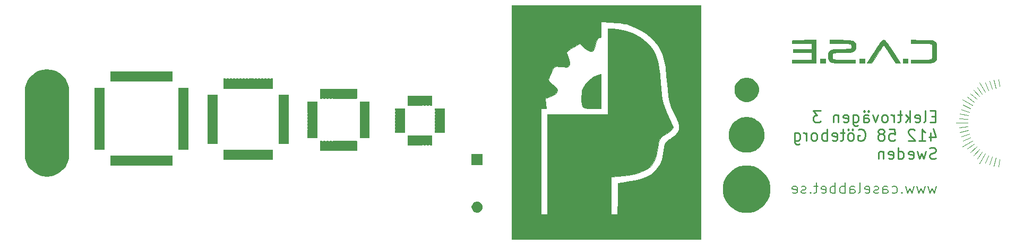
<source format=gbr>
G04 #@! TF.GenerationSoftware,KiCad,Pcbnew,(5.1.5)-3*
G04 #@! TF.CreationDate,2020-07-25T16:17:17+02:00*
G04 #@! TF.ProjectId,pcb_ruler,7063625f-7275-46c6-9572-2e6b69636164,rev?*
G04 #@! TF.SameCoordinates,Original*
G04 #@! TF.FileFunction,Soldermask,Bot*
G04 #@! TF.FilePolarity,Negative*
%FSLAX46Y46*%
G04 Gerber Fmt 4.6, Leading zero omitted, Abs format (unit mm)*
G04 Created by KiCad (PCBNEW (5.1.5)-3) date 2020-07-25 16:17:17*
%MOMM*%
%LPD*%
G04 APERTURE LIST*
%ADD10C,0.200000*%
%ADD11C,0.250000*%
%ADD12C,0.100000*%
%ADD13C,0.010000*%
G04 APERTURE END LIST*
D10*
X249335714Y-129135714D02*
X249011904Y-130269047D01*
X248688095Y-129459523D01*
X248364285Y-130269047D01*
X248040476Y-129135714D01*
X247554761Y-129135714D02*
X247230952Y-130269047D01*
X246907142Y-129459523D01*
X246583333Y-130269047D01*
X246259523Y-129135714D01*
X245773809Y-129135714D02*
X245450000Y-130269047D01*
X245126190Y-129459523D01*
X244802380Y-130269047D01*
X244478571Y-129135714D01*
X243830952Y-130107142D02*
X243750000Y-130188095D01*
X243830952Y-130269047D01*
X243911904Y-130188095D01*
X243830952Y-130107142D01*
X243830952Y-130269047D01*
X242292857Y-130188095D02*
X242454761Y-130269047D01*
X242778571Y-130269047D01*
X242940476Y-130188095D01*
X243021428Y-130107142D01*
X243102380Y-129945238D01*
X243102380Y-129459523D01*
X243021428Y-129297619D01*
X242940476Y-129216666D01*
X242778571Y-129135714D01*
X242454761Y-129135714D01*
X242292857Y-129216666D01*
X240835714Y-130269047D02*
X240835714Y-129378571D01*
X240916666Y-129216666D01*
X241078571Y-129135714D01*
X241402380Y-129135714D01*
X241564285Y-129216666D01*
X240835714Y-130188095D02*
X240997619Y-130269047D01*
X241402380Y-130269047D01*
X241564285Y-130188095D01*
X241645238Y-130026190D01*
X241645238Y-129864285D01*
X241564285Y-129702380D01*
X241402380Y-129621428D01*
X240997619Y-129621428D01*
X240835714Y-129540476D01*
X240107142Y-130188095D02*
X239945238Y-130269047D01*
X239621428Y-130269047D01*
X239459523Y-130188095D01*
X239378571Y-130026190D01*
X239378571Y-129945238D01*
X239459523Y-129783333D01*
X239621428Y-129702380D01*
X239864285Y-129702380D01*
X240026190Y-129621428D01*
X240107142Y-129459523D01*
X240107142Y-129378571D01*
X240026190Y-129216666D01*
X239864285Y-129135714D01*
X239621428Y-129135714D01*
X239459523Y-129216666D01*
X238002380Y-130188095D02*
X238164285Y-130269047D01*
X238488095Y-130269047D01*
X238650000Y-130188095D01*
X238730952Y-130026190D01*
X238730952Y-129378571D01*
X238650000Y-129216666D01*
X238488095Y-129135714D01*
X238164285Y-129135714D01*
X238002380Y-129216666D01*
X237921428Y-129378571D01*
X237921428Y-129540476D01*
X238730952Y-129702380D01*
X236950000Y-130269047D02*
X237111904Y-130188095D01*
X237192857Y-130026190D01*
X237192857Y-128569047D01*
X235573809Y-130269047D02*
X235573809Y-129378571D01*
X235654761Y-129216666D01*
X235816666Y-129135714D01*
X236140476Y-129135714D01*
X236302380Y-129216666D01*
X235573809Y-130188095D02*
X235735714Y-130269047D01*
X236140476Y-130269047D01*
X236302380Y-130188095D01*
X236383333Y-130026190D01*
X236383333Y-129864285D01*
X236302380Y-129702380D01*
X236140476Y-129621428D01*
X235735714Y-129621428D01*
X235573809Y-129540476D01*
X234764285Y-130269047D02*
X234764285Y-128569047D01*
X234764285Y-129216666D02*
X234602380Y-129135714D01*
X234278571Y-129135714D01*
X234116666Y-129216666D01*
X234035714Y-129297619D01*
X233954761Y-129459523D01*
X233954761Y-129945238D01*
X234035714Y-130107142D01*
X234116666Y-130188095D01*
X234278571Y-130269047D01*
X234602380Y-130269047D01*
X234764285Y-130188095D01*
X233226190Y-130269047D02*
X233226190Y-128569047D01*
X233226190Y-129216666D02*
X233064285Y-129135714D01*
X232740476Y-129135714D01*
X232578571Y-129216666D01*
X232497619Y-129297619D01*
X232416666Y-129459523D01*
X232416666Y-129945238D01*
X232497619Y-130107142D01*
X232578571Y-130188095D01*
X232740476Y-130269047D01*
X233064285Y-130269047D01*
X233226190Y-130188095D01*
X231040476Y-130188095D02*
X231202380Y-130269047D01*
X231526190Y-130269047D01*
X231688095Y-130188095D01*
X231769047Y-130026190D01*
X231769047Y-129378571D01*
X231688095Y-129216666D01*
X231526190Y-129135714D01*
X231202380Y-129135714D01*
X231040476Y-129216666D01*
X230959523Y-129378571D01*
X230959523Y-129540476D01*
X231769047Y-129702380D01*
X230473809Y-129135714D02*
X229826190Y-129135714D01*
X230230952Y-128569047D02*
X230230952Y-130026190D01*
X230150000Y-130188095D01*
X229988095Y-130269047D01*
X229826190Y-130269047D01*
X229259523Y-130107142D02*
X229178571Y-130188095D01*
X229259523Y-130269047D01*
X229340476Y-130188095D01*
X229259523Y-130107142D01*
X229259523Y-130269047D01*
X228530952Y-130188095D02*
X228369047Y-130269047D01*
X228045238Y-130269047D01*
X227883333Y-130188095D01*
X227802380Y-130026190D01*
X227802380Y-129945238D01*
X227883333Y-129783333D01*
X228045238Y-129702380D01*
X228288095Y-129702380D01*
X228450000Y-129621428D01*
X228530952Y-129459523D01*
X228530952Y-129378571D01*
X228450000Y-129216666D01*
X228288095Y-129135714D01*
X228045238Y-129135714D01*
X227883333Y-129216666D01*
X226426190Y-130188095D02*
X226588095Y-130269047D01*
X226911904Y-130269047D01*
X227073809Y-130188095D01*
X227154761Y-130026190D01*
X227154761Y-129378571D01*
X227073809Y-129216666D01*
X226911904Y-129135714D01*
X226588095Y-129135714D01*
X226426190Y-129216666D01*
X226345238Y-129378571D01*
X226345238Y-129540476D01*
X227154761Y-129702380D01*
D11*
X249208928Y-117921428D02*
X248608928Y-117921428D01*
X248351785Y-118864285D02*
X249208928Y-118864285D01*
X249208928Y-117064285D01*
X248351785Y-117064285D01*
X247323214Y-118864285D02*
X247494642Y-118778571D01*
X247580357Y-118607142D01*
X247580357Y-117064285D01*
X245951785Y-118778571D02*
X246123214Y-118864285D01*
X246466071Y-118864285D01*
X246637500Y-118778571D01*
X246723214Y-118607142D01*
X246723214Y-117921428D01*
X246637500Y-117750000D01*
X246466071Y-117664285D01*
X246123214Y-117664285D01*
X245951785Y-117750000D01*
X245866071Y-117921428D01*
X245866071Y-118092857D01*
X246723214Y-118264285D01*
X245094642Y-118864285D02*
X245094642Y-117064285D01*
X244923214Y-118178571D02*
X244408928Y-118864285D01*
X244408928Y-117664285D02*
X245094642Y-118350000D01*
X243894642Y-117664285D02*
X243208928Y-117664285D01*
X243637500Y-117064285D02*
X243637500Y-118607142D01*
X243551785Y-118778571D01*
X243380357Y-118864285D01*
X243208928Y-118864285D01*
X242608928Y-118864285D02*
X242608928Y-117664285D01*
X242608928Y-118007142D02*
X242523214Y-117835714D01*
X242437500Y-117750000D01*
X242266071Y-117664285D01*
X242094642Y-117664285D01*
X241237500Y-118864285D02*
X241408928Y-118778571D01*
X241494642Y-118692857D01*
X241580357Y-118521428D01*
X241580357Y-118007142D01*
X241494642Y-117835714D01*
X241408928Y-117750000D01*
X241237500Y-117664285D01*
X240980357Y-117664285D01*
X240808928Y-117750000D01*
X240723214Y-117835714D01*
X240637500Y-118007142D01*
X240637500Y-118521428D01*
X240723214Y-118692857D01*
X240808928Y-118778571D01*
X240980357Y-118864285D01*
X241237500Y-118864285D01*
X240037500Y-117664285D02*
X239608928Y-118864285D01*
X239180357Y-117664285D01*
X237723214Y-118864285D02*
X237723214Y-117921428D01*
X237808928Y-117750000D01*
X237980357Y-117664285D01*
X238323214Y-117664285D01*
X238494642Y-117750000D01*
X237723214Y-118778571D02*
X237894642Y-118864285D01*
X238323214Y-118864285D01*
X238494642Y-118778571D01*
X238580357Y-118607142D01*
X238580357Y-118435714D01*
X238494642Y-118264285D01*
X238323214Y-118178571D01*
X237894642Y-118178571D01*
X237723214Y-118092857D01*
X238494642Y-117064285D02*
X238408928Y-117150000D01*
X238494642Y-117235714D01*
X238580357Y-117150000D01*
X238494642Y-117064285D01*
X238494642Y-117235714D01*
X237808928Y-117064285D02*
X237723214Y-117150000D01*
X237808928Y-117235714D01*
X237894642Y-117150000D01*
X237808928Y-117064285D01*
X237808928Y-117235714D01*
X236094642Y-117664285D02*
X236094642Y-119121428D01*
X236180357Y-119292857D01*
X236266071Y-119378571D01*
X236437500Y-119464285D01*
X236694642Y-119464285D01*
X236866071Y-119378571D01*
X236094642Y-118778571D02*
X236266071Y-118864285D01*
X236608928Y-118864285D01*
X236780357Y-118778571D01*
X236866071Y-118692857D01*
X236951785Y-118521428D01*
X236951785Y-118007142D01*
X236866071Y-117835714D01*
X236780357Y-117750000D01*
X236608928Y-117664285D01*
X236266071Y-117664285D01*
X236094642Y-117750000D01*
X234551785Y-118778571D02*
X234723214Y-118864285D01*
X235066071Y-118864285D01*
X235237500Y-118778571D01*
X235323214Y-118607142D01*
X235323214Y-117921428D01*
X235237500Y-117750000D01*
X235066071Y-117664285D01*
X234723214Y-117664285D01*
X234551785Y-117750000D01*
X234466071Y-117921428D01*
X234466071Y-118092857D01*
X235323214Y-118264285D01*
X233694642Y-117664285D02*
X233694642Y-118864285D01*
X233694642Y-117835714D02*
X233608928Y-117750000D01*
X233437500Y-117664285D01*
X233180357Y-117664285D01*
X233008928Y-117750000D01*
X232923214Y-117921428D01*
X232923214Y-118864285D01*
X230866071Y-117064285D02*
X229751785Y-117064285D01*
X230351785Y-117750000D01*
X230094642Y-117750000D01*
X229923214Y-117835714D01*
X229837500Y-117921428D01*
X229751785Y-118092857D01*
X229751785Y-118521428D01*
X229837500Y-118692857D01*
X229923214Y-118778571D01*
X230094642Y-118864285D01*
X230608928Y-118864285D01*
X230780357Y-118778571D01*
X230866071Y-118692857D01*
X248437500Y-120614285D02*
X248437500Y-121814285D01*
X248866071Y-119928571D02*
X249294642Y-121214285D01*
X248180357Y-121214285D01*
X246551785Y-121814285D02*
X247580357Y-121814285D01*
X247066071Y-121814285D02*
X247066071Y-120014285D01*
X247237500Y-120271428D01*
X247408928Y-120442857D01*
X247580357Y-120528571D01*
X245866071Y-120185714D02*
X245780357Y-120100000D01*
X245608928Y-120014285D01*
X245180357Y-120014285D01*
X245008928Y-120100000D01*
X244923214Y-120185714D01*
X244837500Y-120357142D01*
X244837500Y-120528571D01*
X244923214Y-120785714D01*
X245951785Y-121814285D01*
X244837500Y-121814285D01*
X241837500Y-120014285D02*
X242694642Y-120014285D01*
X242780357Y-120871428D01*
X242694642Y-120785714D01*
X242523214Y-120700000D01*
X242094642Y-120700000D01*
X241923214Y-120785714D01*
X241837500Y-120871428D01*
X241751785Y-121042857D01*
X241751785Y-121471428D01*
X241837500Y-121642857D01*
X241923214Y-121728571D01*
X242094642Y-121814285D01*
X242523214Y-121814285D01*
X242694642Y-121728571D01*
X242780357Y-121642857D01*
X240723214Y-120785714D02*
X240894642Y-120700000D01*
X240980357Y-120614285D01*
X241066071Y-120442857D01*
X241066071Y-120357142D01*
X240980357Y-120185714D01*
X240894642Y-120100000D01*
X240723214Y-120014285D01*
X240380357Y-120014285D01*
X240208928Y-120100000D01*
X240123214Y-120185714D01*
X240037500Y-120357142D01*
X240037500Y-120442857D01*
X240123214Y-120614285D01*
X240208928Y-120700000D01*
X240380357Y-120785714D01*
X240723214Y-120785714D01*
X240894642Y-120871428D01*
X240980357Y-120957142D01*
X241066071Y-121128571D01*
X241066071Y-121471428D01*
X240980357Y-121642857D01*
X240894642Y-121728571D01*
X240723214Y-121814285D01*
X240380357Y-121814285D01*
X240208928Y-121728571D01*
X240123214Y-121642857D01*
X240037500Y-121471428D01*
X240037500Y-121128571D01*
X240123214Y-120957142D01*
X240208928Y-120871428D01*
X240380357Y-120785714D01*
X236951785Y-120100000D02*
X237123214Y-120014285D01*
X237380357Y-120014285D01*
X237637500Y-120100000D01*
X237808928Y-120271428D01*
X237894642Y-120442857D01*
X237980357Y-120785714D01*
X237980357Y-121042857D01*
X237894642Y-121385714D01*
X237808928Y-121557142D01*
X237637500Y-121728571D01*
X237380357Y-121814285D01*
X237208928Y-121814285D01*
X236951785Y-121728571D01*
X236866071Y-121642857D01*
X236866071Y-121042857D01*
X237208928Y-121042857D01*
X235837500Y-121814285D02*
X236008928Y-121728571D01*
X236094642Y-121642857D01*
X236180357Y-121471428D01*
X236180357Y-120957142D01*
X236094642Y-120785714D01*
X236008928Y-120700000D01*
X235837500Y-120614285D01*
X235580357Y-120614285D01*
X235408928Y-120700000D01*
X235323214Y-120785714D01*
X235237500Y-120957142D01*
X235237500Y-121471428D01*
X235323214Y-121642857D01*
X235408928Y-121728571D01*
X235580357Y-121814285D01*
X235837500Y-121814285D01*
X236008928Y-120014285D02*
X235923214Y-120100000D01*
X236008928Y-120185714D01*
X236094642Y-120100000D01*
X236008928Y-120014285D01*
X236008928Y-120185714D01*
X235323214Y-120014285D02*
X235237500Y-120100000D01*
X235323214Y-120185714D01*
X235408928Y-120100000D01*
X235323214Y-120014285D01*
X235323214Y-120185714D01*
X234723214Y-120614285D02*
X234037500Y-120614285D01*
X234466071Y-120014285D02*
X234466071Y-121557142D01*
X234380357Y-121728571D01*
X234208928Y-121814285D01*
X234037500Y-121814285D01*
X232751785Y-121728571D02*
X232923214Y-121814285D01*
X233266071Y-121814285D01*
X233437500Y-121728571D01*
X233523214Y-121557142D01*
X233523214Y-120871428D01*
X233437500Y-120700000D01*
X233266071Y-120614285D01*
X232923214Y-120614285D01*
X232751785Y-120700000D01*
X232666071Y-120871428D01*
X232666071Y-121042857D01*
X233523214Y-121214285D01*
X231894642Y-121814285D02*
X231894642Y-120014285D01*
X231894642Y-120700000D02*
X231723214Y-120614285D01*
X231380357Y-120614285D01*
X231208928Y-120700000D01*
X231123214Y-120785714D01*
X231037500Y-120957142D01*
X231037500Y-121471428D01*
X231123214Y-121642857D01*
X231208928Y-121728571D01*
X231380357Y-121814285D01*
X231723214Y-121814285D01*
X231894642Y-121728571D01*
X230008928Y-121814285D02*
X230180357Y-121728571D01*
X230266071Y-121642857D01*
X230351785Y-121471428D01*
X230351785Y-120957142D01*
X230266071Y-120785714D01*
X230180357Y-120700000D01*
X230008928Y-120614285D01*
X229751785Y-120614285D01*
X229580357Y-120700000D01*
X229494642Y-120785714D01*
X229408928Y-120957142D01*
X229408928Y-121471428D01*
X229494642Y-121642857D01*
X229580357Y-121728571D01*
X229751785Y-121814285D01*
X230008928Y-121814285D01*
X228637500Y-121814285D02*
X228637500Y-120614285D01*
X228637500Y-120957142D02*
X228551785Y-120785714D01*
X228466071Y-120700000D01*
X228294642Y-120614285D01*
X228123214Y-120614285D01*
X226751785Y-120614285D02*
X226751785Y-122071428D01*
X226837500Y-122242857D01*
X226923214Y-122328571D01*
X227094642Y-122414285D01*
X227351785Y-122414285D01*
X227523214Y-122328571D01*
X226751785Y-121728571D02*
X226923214Y-121814285D01*
X227266071Y-121814285D01*
X227437500Y-121728571D01*
X227523214Y-121642857D01*
X227608928Y-121471428D01*
X227608928Y-120957142D01*
X227523214Y-120785714D01*
X227437500Y-120700000D01*
X227266071Y-120614285D01*
X226923214Y-120614285D01*
X226751785Y-120700000D01*
X249294642Y-124678571D02*
X249037500Y-124764285D01*
X248608928Y-124764285D01*
X248437500Y-124678571D01*
X248351785Y-124592857D01*
X248266071Y-124421428D01*
X248266071Y-124250000D01*
X248351785Y-124078571D01*
X248437500Y-123992857D01*
X248608928Y-123907142D01*
X248951785Y-123821428D01*
X249123214Y-123735714D01*
X249208928Y-123650000D01*
X249294642Y-123478571D01*
X249294642Y-123307142D01*
X249208928Y-123135714D01*
X249123214Y-123050000D01*
X248951785Y-122964285D01*
X248523214Y-122964285D01*
X248266071Y-123050000D01*
X247666071Y-123564285D02*
X247323214Y-124764285D01*
X246980357Y-123907142D01*
X246637500Y-124764285D01*
X246294642Y-123564285D01*
X244923214Y-124678571D02*
X245094642Y-124764285D01*
X245437500Y-124764285D01*
X245608928Y-124678571D01*
X245694642Y-124507142D01*
X245694642Y-123821428D01*
X245608928Y-123650000D01*
X245437500Y-123564285D01*
X245094642Y-123564285D01*
X244923214Y-123650000D01*
X244837500Y-123821428D01*
X244837500Y-123992857D01*
X245694642Y-124164285D01*
X243294642Y-124764285D02*
X243294642Y-122964285D01*
X243294642Y-124678571D02*
X243466071Y-124764285D01*
X243808928Y-124764285D01*
X243980357Y-124678571D01*
X244066071Y-124592857D01*
X244151785Y-124421428D01*
X244151785Y-123907142D01*
X244066071Y-123735714D01*
X243980357Y-123650000D01*
X243808928Y-123564285D01*
X243466071Y-123564285D01*
X243294642Y-123650000D01*
X241751785Y-124678571D02*
X241923214Y-124764285D01*
X242266071Y-124764285D01*
X242437500Y-124678571D01*
X242523214Y-124507142D01*
X242523214Y-123821428D01*
X242437500Y-123650000D01*
X242266071Y-123564285D01*
X241923214Y-123564285D01*
X241751785Y-123650000D01*
X241666071Y-123821428D01*
X241666071Y-123992857D01*
X242523214Y-124164285D01*
X240894642Y-123564285D02*
X240894642Y-124764285D01*
X240894642Y-123735714D02*
X240808928Y-123650000D01*
X240637500Y-123564285D01*
X240380357Y-123564285D01*
X240208928Y-123650000D01*
X240123214Y-123821428D01*
X240123214Y-124764285D01*
D12*
X258818688Y-124550826D02*
X258535177Y-125884663D01*
X256660292Y-123589863D02*
X255858768Y-124693069D01*
X256198081Y-123215585D02*
X255285655Y-124228959D01*
X259400000Y-124800000D02*
X259263516Y-126000043D01*
X257159065Y-123913783D02*
X256249973Y-125488359D01*
X258244227Y-124396910D02*
X257822812Y-125693788D01*
X257688946Y-124183784D02*
X257134370Y-125429527D01*
X255777564Y-122795047D02*
X254764176Y-123707500D01*
X254442309Y-117811842D02*
X253108472Y-117528333D01*
X255079379Y-116152283D02*
X253504776Y-115243191D01*
X254596251Y-120748953D02*
X253299348Y-121170344D01*
X258244227Y-113589405D02*
X257822812Y-112292572D01*
X254349283Y-118399259D02*
X252993118Y-118256735D01*
X259400000Y-113100000D02*
X259263516Y-111986293D01*
X254809377Y-116682165D02*
X253563634Y-116127524D01*
X255079379Y-121834090D02*
X253504776Y-122743182D01*
X258818688Y-113435527D02*
X258535177Y-112101684D01*
X254442309Y-120174467D02*
X253108472Y-120457977D01*
X255403292Y-115653511D02*
X254300099Y-114851923D01*
X256660292Y-114396446D02*
X255858768Y-113293260D01*
X254349283Y-119587050D02*
X252993118Y-119729639D01*
X257159065Y-114072591D02*
X256249973Y-112497957D01*
X255777564Y-115191300D02*
X254764176Y-114278809D01*
X254318161Y-118993154D02*
X252499972Y-118993154D01*
X255403292Y-122332875D02*
X254300099Y-123134381D01*
X256198081Y-114770718D02*
X255285655Y-113757395D01*
X257688946Y-113802552D02*
X257134370Y-112556839D01*
X254809377Y-121304190D02*
X253563634Y-121858817D01*
X254596251Y-117237382D02*
X253299348Y-116816031D01*
D13*
G36*
X226388286Y-105746571D02*
G01*
X226365762Y-106018714D01*
X226343239Y-106290857D01*
X229479497Y-106290857D01*
X229457892Y-106744428D01*
X229436286Y-107198000D01*
X227962230Y-107217659D01*
X226488173Y-107237319D01*
X226510801Y-107471659D01*
X226533429Y-107706000D01*
X228003000Y-107725645D01*
X229472572Y-107745291D01*
X229472572Y-108903428D01*
X226352000Y-108903428D01*
X226352000Y-109411428D01*
X230125714Y-109411428D01*
X230125714Y-105707835D01*
X226388286Y-105746571D01*
G37*
X226388286Y-105746571D02*
X226365762Y-106018714D01*
X226343239Y-106290857D01*
X229479497Y-106290857D01*
X229457892Y-106744428D01*
X229436286Y-107198000D01*
X227962230Y-107217659D01*
X226488173Y-107237319D01*
X226510801Y-107471659D01*
X226533429Y-107706000D01*
X228003000Y-107725645D01*
X229472572Y-107745291D01*
X229472572Y-108903428D01*
X226352000Y-108903428D01*
X226352000Y-109411428D01*
X230125714Y-109411428D01*
X230125714Y-105707835D01*
X226388286Y-105746571D01*
G36*
X230851429Y-109411428D02*
G01*
X231649714Y-109411428D01*
X231649714Y-108758285D01*
X230851429Y-108758285D01*
X230851429Y-109411428D01*
G37*
X230851429Y-109411428D02*
X231649714Y-109411428D01*
X231649714Y-108758285D01*
X230851429Y-108758285D01*
X230851429Y-109411428D01*
G36*
X232302857Y-106290857D02*
G01*
X233966817Y-106290857D01*
X234513052Y-106292121D01*
X234932128Y-106296681D01*
X235242014Y-106305689D01*
X235460678Y-106320298D01*
X235606087Y-106341661D01*
X235696211Y-106370930D01*
X235744817Y-106404898D01*
X235841284Y-106593213D01*
X235846443Y-106834772D01*
X235783733Y-107021342D01*
X235747240Y-107072181D01*
X235686302Y-107109047D01*
X235579693Y-107134165D01*
X235406189Y-107149761D01*
X235144563Y-107158058D01*
X234773592Y-107161283D01*
X234444733Y-107161714D01*
X233842844Y-107166879D01*
X233367363Y-107184486D01*
X232999855Y-107217703D01*
X232721882Y-107269701D01*
X232515006Y-107343647D01*
X232360792Y-107442710D01*
X232268269Y-107535789D01*
X232167035Y-107677733D01*
X232111307Y-107831878D01*
X232088416Y-108047801D01*
X232085143Y-108252439D01*
X232106211Y-108646881D01*
X232176756Y-108929266D01*
X232307788Y-109127490D01*
X232480272Y-109253585D01*
X232568894Y-109291897D01*
X232690779Y-109322151D01*
X232863909Y-109345589D01*
X233106266Y-109363450D01*
X233435833Y-109376974D01*
X233870591Y-109387401D01*
X234428522Y-109395972D01*
X234570715Y-109397745D01*
X236439429Y-109420348D01*
X236439429Y-108903428D01*
X234788429Y-108902358D01*
X234197715Y-108900894D01*
X233735937Y-108894413D01*
X233386888Y-108878501D01*
X233134362Y-108848744D01*
X232962152Y-108800727D01*
X232854052Y-108730036D01*
X232793855Y-108632257D01*
X232765357Y-108502975D01*
X232752937Y-108347912D01*
X232745747Y-108143681D01*
X232763435Y-107991433D01*
X232824122Y-107883536D01*
X232945926Y-107812362D01*
X233146968Y-107770282D01*
X233445366Y-107749667D01*
X233859242Y-107742887D01*
X234191326Y-107742285D01*
X234788150Y-107736830D01*
X235258772Y-107718293D01*
X235621802Y-107683418D01*
X235895846Y-107628949D01*
X236099515Y-107551628D01*
X236251416Y-107448200D01*
X236328874Y-107368211D01*
X236439369Y-107207410D01*
X236494860Y-107027367D01*
X236511775Y-106770102D01*
X236512000Y-106721862D01*
X236501309Y-106457541D01*
X236457407Y-106279938D01*
X236362553Y-106131454D01*
X236312429Y-106073940D01*
X236194185Y-105966485D01*
X236045840Y-105881797D01*
X235850102Y-105817355D01*
X235589679Y-105770639D01*
X235247280Y-105739130D01*
X234805610Y-105720308D01*
X234247380Y-105711653D01*
X233816952Y-105710285D01*
X232302857Y-105710285D01*
X232302857Y-106290857D01*
G37*
X232302857Y-106290857D02*
X233966817Y-106290857D01*
X234513052Y-106292121D01*
X234932128Y-106296681D01*
X235242014Y-106305689D01*
X235460678Y-106320298D01*
X235606087Y-106341661D01*
X235696211Y-106370930D01*
X235744817Y-106404898D01*
X235841284Y-106593213D01*
X235846443Y-106834772D01*
X235783733Y-107021342D01*
X235747240Y-107072181D01*
X235686302Y-107109047D01*
X235579693Y-107134165D01*
X235406189Y-107149761D01*
X235144563Y-107158058D01*
X234773592Y-107161283D01*
X234444733Y-107161714D01*
X233842844Y-107166879D01*
X233367363Y-107184486D01*
X232999855Y-107217703D01*
X232721882Y-107269701D01*
X232515006Y-107343647D01*
X232360792Y-107442710D01*
X232268269Y-107535789D01*
X232167035Y-107677733D01*
X232111307Y-107831878D01*
X232088416Y-108047801D01*
X232085143Y-108252439D01*
X232106211Y-108646881D01*
X232176756Y-108929266D01*
X232307788Y-109127490D01*
X232480272Y-109253585D01*
X232568894Y-109291897D01*
X232690779Y-109322151D01*
X232863909Y-109345589D01*
X233106266Y-109363450D01*
X233435833Y-109376974D01*
X233870591Y-109387401D01*
X234428522Y-109395972D01*
X234570715Y-109397745D01*
X236439429Y-109420348D01*
X236439429Y-108903428D01*
X234788429Y-108902358D01*
X234197715Y-108900894D01*
X233735937Y-108894413D01*
X233386888Y-108878501D01*
X233134362Y-108848744D01*
X232962152Y-108800727D01*
X232854052Y-108730036D01*
X232793855Y-108632257D01*
X232765357Y-108502975D01*
X232752937Y-108347912D01*
X232745747Y-108143681D01*
X232763435Y-107991433D01*
X232824122Y-107883536D01*
X232945926Y-107812362D01*
X233146968Y-107770282D01*
X233445366Y-107749667D01*
X233859242Y-107742887D01*
X234191326Y-107742285D01*
X234788150Y-107736830D01*
X235258772Y-107718293D01*
X235621802Y-107683418D01*
X235895846Y-107628949D01*
X236099515Y-107551628D01*
X236251416Y-107448200D01*
X236328874Y-107368211D01*
X236439369Y-107207410D01*
X236494860Y-107027367D01*
X236511775Y-106770102D01*
X236512000Y-106721862D01*
X236501309Y-106457541D01*
X236457407Y-106279938D01*
X236362553Y-106131454D01*
X236312429Y-106073940D01*
X236194185Y-105966485D01*
X236045840Y-105881797D01*
X235850102Y-105817355D01*
X235589679Y-105770639D01*
X235247280Y-105739130D01*
X234805610Y-105720308D01*
X234247380Y-105711653D01*
X233816952Y-105710285D01*
X232302857Y-105710285D01*
X232302857Y-106290857D01*
G36*
X237092572Y-109411428D02*
G01*
X237890857Y-109411428D01*
X237890857Y-108758285D01*
X237092572Y-108758285D01*
X237092572Y-109411428D01*
G37*
X237092572Y-109411428D02*
X237890857Y-109411428D01*
X237890857Y-108758285D01*
X237092572Y-108758285D01*
X237092572Y-109411428D01*
G36*
X240756599Y-105753584D02*
G01*
X240631080Y-105837285D01*
X240563053Y-105929419D01*
X240427041Y-106126306D01*
X240234343Y-106411124D01*
X239996260Y-106767054D01*
X239724093Y-107177273D01*
X239429141Y-107624961D01*
X239387863Y-107687857D01*
X238257204Y-109411428D01*
X239015714Y-109411146D01*
X239946907Y-107959858D01*
X240210058Y-107552794D01*
X240448450Y-107189857D01*
X240650701Y-106887902D01*
X240805429Y-106663783D01*
X240901253Y-106534356D01*
X240926621Y-106508990D01*
X240978021Y-106567408D01*
X241096311Y-106731223D01*
X241270045Y-106983646D01*
X241487776Y-107307888D01*
X241738058Y-107687157D01*
X241916134Y-107960419D01*
X242857125Y-109411428D01*
X243625397Y-109411428D01*
X242390286Y-107560857D01*
X242039421Y-107036535D01*
X241758441Y-106621070D01*
X241537611Y-106301961D01*
X241367198Y-106066707D01*
X241237470Y-105902807D01*
X241138694Y-105797761D01*
X241061135Y-105739068D01*
X240995061Y-105714227D01*
X240949407Y-105710285D01*
X240756599Y-105753584D01*
G37*
X240756599Y-105753584D02*
X240631080Y-105837285D01*
X240563053Y-105929419D01*
X240427041Y-106126306D01*
X240234343Y-106411124D01*
X239996260Y-106767054D01*
X239724093Y-107177273D01*
X239429141Y-107624961D01*
X239387863Y-107687857D01*
X238257204Y-109411428D01*
X239015714Y-109411146D01*
X239946907Y-107959858D01*
X240210058Y-107552794D01*
X240448450Y-107189857D01*
X240650701Y-106887902D01*
X240805429Y-106663783D01*
X240901253Y-106534356D01*
X240926621Y-106508990D01*
X240978021Y-106567408D01*
X241096311Y-106731223D01*
X241270045Y-106983646D01*
X241487776Y-107307888D01*
X241738058Y-107687157D01*
X241916134Y-107960419D01*
X242857125Y-109411428D01*
X243625397Y-109411428D01*
X242390286Y-107560857D01*
X242039421Y-107036535D01*
X241758441Y-106621070D01*
X241537611Y-106301961D01*
X241367198Y-106066707D01*
X241237470Y-105902807D01*
X241138694Y-105797761D01*
X241061135Y-105739068D01*
X240995061Y-105714227D01*
X240949407Y-105710285D01*
X240756599Y-105753584D01*
G36*
X243986857Y-109411428D02*
G01*
X244785143Y-109411428D01*
X244785143Y-108758285D01*
X243986857Y-108758285D01*
X243986857Y-109411428D01*
G37*
X243986857Y-109411428D02*
X244785143Y-109411428D01*
X244785143Y-108758285D01*
X243986857Y-108758285D01*
X243986857Y-109411428D01*
G36*
X245293143Y-106290857D02*
G01*
X246917114Y-106290857D01*
X247467467Y-106292574D01*
X247889053Y-106298368D01*
X248198212Y-106309200D01*
X248411288Y-106326032D01*
X248544621Y-106349826D01*
X248614553Y-106381542D01*
X248624478Y-106391339D01*
X248660764Y-106505983D01*
X248683104Y-106749090D01*
X248691784Y-107126141D01*
X248687793Y-107604862D01*
X248679494Y-108028541D01*
X248669779Y-108330271D01*
X248654771Y-108533226D01*
X248630594Y-108660577D01*
X248593372Y-108735498D01*
X248539229Y-108781163D01*
X248486286Y-108809596D01*
X248359746Y-108844855D01*
X248130855Y-108871158D01*
X247788626Y-108889108D01*
X247322073Y-108899310D01*
X246799000Y-108902358D01*
X245293143Y-108903428D01*
X245293143Y-109411428D01*
X246944143Y-109409834D01*
X247487967Y-109408149D01*
X247907669Y-109403281D01*
X248224261Y-109393736D01*
X248458754Y-109378017D01*
X248632161Y-109354632D01*
X248765492Y-109322084D01*
X248879760Y-109278880D01*
X248897716Y-109270861D01*
X249065351Y-109186977D01*
X249190308Y-109094472D01*
X249278825Y-108971834D01*
X249337136Y-108797552D01*
X249371479Y-108550113D01*
X249388088Y-108208007D01*
X249393201Y-107749720D01*
X249393429Y-107560857D01*
X249393049Y-107069450D01*
X249382172Y-106676583D01*
X249346186Y-106370961D01*
X249270484Y-106141289D01*
X249140455Y-105976271D01*
X248941491Y-105864614D01*
X248658981Y-105795021D01*
X248278317Y-105756198D01*
X247784889Y-105736850D01*
X247164088Y-105725681D01*
X247016714Y-105723326D01*
X245293143Y-105695190D01*
X245293143Y-106290857D01*
G37*
X245293143Y-106290857D02*
X246917114Y-106290857D01*
X247467467Y-106292574D01*
X247889053Y-106298368D01*
X248198212Y-106309200D01*
X248411288Y-106326032D01*
X248544621Y-106349826D01*
X248614553Y-106381542D01*
X248624478Y-106391339D01*
X248660764Y-106505983D01*
X248683104Y-106749090D01*
X248691784Y-107126141D01*
X248687793Y-107604862D01*
X248679494Y-108028541D01*
X248669779Y-108330271D01*
X248654771Y-108533226D01*
X248630594Y-108660577D01*
X248593372Y-108735498D01*
X248539229Y-108781163D01*
X248486286Y-108809596D01*
X248359746Y-108844855D01*
X248130855Y-108871158D01*
X247788626Y-108889108D01*
X247322073Y-108899310D01*
X246799000Y-108902358D01*
X245293143Y-108903428D01*
X245293143Y-109411428D01*
X246944143Y-109409834D01*
X247487967Y-109408149D01*
X247907669Y-109403281D01*
X248224261Y-109393736D01*
X248458754Y-109378017D01*
X248632161Y-109354632D01*
X248765492Y-109322084D01*
X248879760Y-109278880D01*
X248897716Y-109270861D01*
X249065351Y-109186977D01*
X249190308Y-109094472D01*
X249278825Y-108971834D01*
X249337136Y-108797552D01*
X249371479Y-108550113D01*
X249388088Y-108208007D01*
X249393201Y-107749720D01*
X249393429Y-107560857D01*
X249393049Y-107069450D01*
X249382172Y-106676583D01*
X249346186Y-106370961D01*
X249270484Y-106141289D01*
X249140455Y-105976271D01*
X248941491Y-105864614D01*
X248658981Y-105795021D01*
X248278317Y-105756198D01*
X247784889Y-105736850D01*
X247164088Y-105725681D01*
X247016714Y-105723326D01*
X245293143Y-105695190D01*
X245293143Y-106290857D01*
G36*
X195472848Y-111270020D02*
G01*
X194662583Y-111624200D01*
X193928855Y-112173581D01*
X193328460Y-112862207D01*
X192918196Y-113634120D01*
X192844621Y-113859369D01*
X192766344Y-114309373D01*
X192737278Y-114862226D01*
X192753526Y-115437447D01*
X192811191Y-115954554D01*
X192906376Y-116333064D01*
X192970022Y-116449143D01*
X193104571Y-116549642D01*
X193340615Y-116614093D01*
X193727515Y-116649327D01*
X194314637Y-116662177D01*
X194513005Y-116662695D01*
X195878756Y-116662695D01*
X195878756Y-111153607D01*
X195472848Y-111270020D01*
G37*
X195472848Y-111270020D02*
X194662583Y-111624200D01*
X193928855Y-112173581D01*
X193328460Y-112862207D01*
X192918196Y-113634120D01*
X192844621Y-113859369D01*
X192766344Y-114309373D01*
X192737278Y-114862226D01*
X192753526Y-115437447D01*
X192811191Y-115954554D01*
X192906376Y-116333064D01*
X192970022Y-116449143D01*
X193104571Y-116549642D01*
X193340615Y-116614093D01*
X193727515Y-116649327D01*
X194314637Y-116662177D01*
X194513005Y-116662695D01*
X195878756Y-116662695D01*
X195878756Y-111153607D01*
X195472848Y-111270020D01*
G36*
X181665285Y-137588083D02*
G01*
X211803108Y-137588083D01*
X211803108Y-119728262D01*
X208334171Y-119728262D01*
X208267367Y-120060480D01*
X208135058Y-120378512D01*
X207902276Y-120754270D01*
X207565523Y-121084208D01*
X207056434Y-121433981D01*
X206999969Y-121468590D01*
X206626759Y-121701479D01*
X206360645Y-121904677D01*
X206174820Y-122130578D01*
X206042478Y-122431577D01*
X205936812Y-122860067D01*
X205831017Y-123468443D01*
X205765896Y-123880657D01*
X205546893Y-124883336D01*
X205222527Y-125693253D01*
X204764983Y-126369175D01*
X204415014Y-126734809D01*
X203797364Y-127230813D01*
X203091405Y-127630316D01*
X202255988Y-127948350D01*
X201249964Y-128199951D01*
X200032185Y-128400152D01*
X199761140Y-128435156D01*
X198576684Y-128582373D01*
X198540940Y-131111135D01*
X198505197Y-133639897D01*
X197458031Y-133639897D01*
X197458031Y-127623776D01*
X198675388Y-127532645D01*
X200215864Y-127358899D01*
X201515576Y-127085735D01*
X202577936Y-126712018D01*
X203406356Y-126236611D01*
X203891233Y-125795704D01*
X204189756Y-125410128D01*
X204419988Y-124986629D01*
X204602113Y-124468327D01*
X204756313Y-123798342D01*
X204896255Y-122963333D01*
X205028812Y-122238026D01*
X205195596Y-121713612D01*
X205431869Y-121327774D01*
X205772894Y-121018193D01*
X206122409Y-120796384D01*
X206770975Y-120379790D01*
X207174143Y-120017448D01*
X207327139Y-119713753D01*
X207328497Y-119685944D01*
X207274142Y-119487740D01*
X207125748Y-119106308D01*
X206905319Y-118594669D01*
X206634863Y-118005846D01*
X206605462Y-117943811D01*
X206253692Y-117173387D01*
X205983024Y-116491836D01*
X205779123Y-115837525D01*
X205627659Y-115148818D01*
X205514299Y-114364085D01*
X205424711Y-113421689D01*
X205367474Y-112619996D01*
X205258723Y-111264494D01*
X205117397Y-110132758D01*
X204930390Y-109186063D01*
X204684596Y-108385685D01*
X204366910Y-107692899D01*
X203964226Y-107068979D01*
X203463437Y-106475200D01*
X203194609Y-106199630D01*
X202182201Y-105366350D01*
X201020114Y-104696077D01*
X199768439Y-104213995D01*
X198487267Y-103945288D01*
X197700191Y-103896892D01*
X196931606Y-103896892D01*
X196931606Y-117583938D01*
X187324352Y-117583938D01*
X187324352Y-133639897D01*
X186271502Y-133639897D01*
X186271502Y-116662695D01*
X187095138Y-116662695D01*
X187007741Y-115890207D01*
X186920344Y-115117720D01*
X187681674Y-114816237D01*
X188270708Y-114558158D01*
X188643627Y-114323158D01*
X188840965Y-114075909D01*
X188903259Y-113781080D01*
X188903627Y-113751224D01*
X188857015Y-113507397D01*
X188687545Y-113264564D01*
X188350762Y-112966431D01*
X188179792Y-112834566D01*
X187815870Y-112530253D01*
X187556660Y-112257068D01*
X187458094Y-112073989D01*
X187458097Y-112073567D01*
X187515304Y-111861322D01*
X187665510Y-111486181D01*
X187879807Y-111018526D01*
X187951621Y-110872021D01*
X188175437Y-110420423D01*
X188348457Y-110131530D01*
X188533237Y-109976743D01*
X188792333Y-109927460D01*
X189188301Y-109955081D01*
X189783698Y-110031005D01*
X189789506Y-110031740D01*
X190334265Y-110053979D01*
X190685170Y-109944721D01*
X190852088Y-109684401D01*
X190844888Y-109253453D01*
X190673439Y-108632311D01*
X190599168Y-108426517D01*
X190320616Y-107682019D01*
X190697872Y-107378695D01*
X191023845Y-107139394D01*
X191461669Y-106846014D01*
X191768012Y-106653341D01*
X192460895Y-106231311D01*
X193174901Y-106906589D01*
X193712305Y-107348850D01*
X194146084Y-107551151D01*
X194487812Y-107509479D01*
X194749059Y-107219821D01*
X194941398Y-106678164D01*
X195022912Y-106265804D01*
X195142928Y-105750920D01*
X195313322Y-105458339D01*
X195560398Y-105348252D01*
X195631658Y-105344560D01*
X195746089Y-105321940D01*
X195818652Y-105222032D01*
X195858705Y-104996769D01*
X195875605Y-104598081D01*
X195878756Y-104075154D01*
X195878756Y-102805748D01*
X197490932Y-102884678D01*
X198208422Y-102934556D01*
X198915805Y-103009167D01*
X199523965Y-103097739D01*
X199892746Y-103174995D01*
X200949966Y-103541573D01*
X202022993Y-104061535D01*
X203012712Y-104681401D01*
X203688925Y-105223360D01*
X204346889Y-105879490D01*
X204888614Y-106551452D01*
X205326960Y-107274859D01*
X205674782Y-108085326D01*
X205944939Y-109018466D01*
X206150287Y-110109895D01*
X206303683Y-111395226D01*
X206408540Y-112756681D01*
X206480469Y-113757013D01*
X206566299Y-114560863D01*
X206682337Y-115234951D01*
X206844894Y-115845997D01*
X207070276Y-116460720D01*
X207374794Y-117145839D01*
X207591608Y-117596657D01*
X207948068Y-118349029D01*
X208184198Y-118922067D01*
X208309674Y-119365302D01*
X208334171Y-119728262D01*
X211803108Y-119728262D01*
X211803108Y-100211918D01*
X181665285Y-100211918D01*
X181665285Y-137588083D01*
G37*
X181665285Y-137588083D02*
X211803108Y-137588083D01*
X211803108Y-119728262D01*
X208334171Y-119728262D01*
X208267367Y-120060480D01*
X208135058Y-120378512D01*
X207902276Y-120754270D01*
X207565523Y-121084208D01*
X207056434Y-121433981D01*
X206999969Y-121468590D01*
X206626759Y-121701479D01*
X206360645Y-121904677D01*
X206174820Y-122130578D01*
X206042478Y-122431577D01*
X205936812Y-122860067D01*
X205831017Y-123468443D01*
X205765896Y-123880657D01*
X205546893Y-124883336D01*
X205222527Y-125693253D01*
X204764983Y-126369175D01*
X204415014Y-126734809D01*
X203797364Y-127230813D01*
X203091405Y-127630316D01*
X202255988Y-127948350D01*
X201249964Y-128199951D01*
X200032185Y-128400152D01*
X199761140Y-128435156D01*
X198576684Y-128582373D01*
X198540940Y-131111135D01*
X198505197Y-133639897D01*
X197458031Y-133639897D01*
X197458031Y-127623776D01*
X198675388Y-127532645D01*
X200215864Y-127358899D01*
X201515576Y-127085735D01*
X202577936Y-126712018D01*
X203406356Y-126236611D01*
X203891233Y-125795704D01*
X204189756Y-125410128D01*
X204419988Y-124986629D01*
X204602113Y-124468327D01*
X204756313Y-123798342D01*
X204896255Y-122963333D01*
X205028812Y-122238026D01*
X205195596Y-121713612D01*
X205431869Y-121327774D01*
X205772894Y-121018193D01*
X206122409Y-120796384D01*
X206770975Y-120379790D01*
X207174143Y-120017448D01*
X207327139Y-119713753D01*
X207328497Y-119685944D01*
X207274142Y-119487740D01*
X207125748Y-119106308D01*
X206905319Y-118594669D01*
X206634863Y-118005846D01*
X206605462Y-117943811D01*
X206253692Y-117173387D01*
X205983024Y-116491836D01*
X205779123Y-115837525D01*
X205627659Y-115148818D01*
X205514299Y-114364085D01*
X205424711Y-113421689D01*
X205367474Y-112619996D01*
X205258723Y-111264494D01*
X205117397Y-110132758D01*
X204930390Y-109186063D01*
X204684596Y-108385685D01*
X204366910Y-107692899D01*
X203964226Y-107068979D01*
X203463437Y-106475200D01*
X203194609Y-106199630D01*
X202182201Y-105366350D01*
X201020114Y-104696077D01*
X199768439Y-104213995D01*
X198487267Y-103945288D01*
X197700191Y-103896892D01*
X196931606Y-103896892D01*
X196931606Y-117583938D01*
X187324352Y-117583938D01*
X187324352Y-133639897D01*
X186271502Y-133639897D01*
X186271502Y-116662695D01*
X187095138Y-116662695D01*
X187007741Y-115890207D01*
X186920344Y-115117720D01*
X187681674Y-114816237D01*
X188270708Y-114558158D01*
X188643627Y-114323158D01*
X188840965Y-114075909D01*
X188903259Y-113781080D01*
X188903627Y-113751224D01*
X188857015Y-113507397D01*
X188687545Y-113264564D01*
X188350762Y-112966431D01*
X188179792Y-112834566D01*
X187815870Y-112530253D01*
X187556660Y-112257068D01*
X187458094Y-112073989D01*
X187458097Y-112073567D01*
X187515304Y-111861322D01*
X187665510Y-111486181D01*
X187879807Y-111018526D01*
X187951621Y-110872021D01*
X188175437Y-110420423D01*
X188348457Y-110131530D01*
X188533237Y-109976743D01*
X188792333Y-109927460D01*
X189188301Y-109955081D01*
X189783698Y-110031005D01*
X189789506Y-110031740D01*
X190334265Y-110053979D01*
X190685170Y-109944721D01*
X190852088Y-109684401D01*
X190844888Y-109253453D01*
X190673439Y-108632311D01*
X190599168Y-108426517D01*
X190320616Y-107682019D01*
X190697872Y-107378695D01*
X191023845Y-107139394D01*
X191461669Y-106846014D01*
X191768012Y-106653341D01*
X192460895Y-106231311D01*
X193174901Y-106906589D01*
X193712305Y-107348850D01*
X194146084Y-107551151D01*
X194487812Y-107509479D01*
X194749059Y-107219821D01*
X194941398Y-106678164D01*
X195022912Y-106265804D01*
X195142928Y-105750920D01*
X195313322Y-105458339D01*
X195560398Y-105348252D01*
X195631658Y-105344560D01*
X195746089Y-105321940D01*
X195818652Y-105222032D01*
X195858705Y-104996769D01*
X195875605Y-104598081D01*
X195878756Y-104075154D01*
X195878756Y-102805748D01*
X197490932Y-102884678D01*
X198208422Y-102934556D01*
X198915805Y-103009167D01*
X199523965Y-103097739D01*
X199892746Y-103174995D01*
X200949966Y-103541573D01*
X202022993Y-104061535D01*
X203012712Y-104681401D01*
X203688925Y-105223360D01*
X204346889Y-105879490D01*
X204888614Y-106551452D01*
X205326960Y-107274859D01*
X205674782Y-108085326D01*
X205944939Y-109018466D01*
X206150287Y-110109895D01*
X206303683Y-111395226D01*
X206408540Y-112756681D01*
X206480469Y-113757013D01*
X206566299Y-114560863D01*
X206682337Y-115234951D01*
X206844894Y-115845997D01*
X207070276Y-116460720D01*
X207374794Y-117145839D01*
X207591608Y-117596657D01*
X207948068Y-118349029D01*
X208184198Y-118922067D01*
X208309674Y-119365302D01*
X208334171Y-119728262D01*
X211803108Y-119728262D01*
X211803108Y-100211918D01*
X181665285Y-100211918D01*
X181665285Y-137588083D01*
D12*
G36*
X220208710Y-125945070D02*
G01*
X220900447Y-126231597D01*
X220900448Y-126231598D01*
X221522996Y-126647571D01*
X222052429Y-127177004D01*
X222267993Y-127499619D01*
X222468403Y-127799553D01*
X222754930Y-128491290D01*
X222901000Y-129225633D01*
X222901000Y-129974367D01*
X222754930Y-130708710D01*
X222468403Y-131400447D01*
X222468402Y-131400448D01*
X222052429Y-132022996D01*
X221522996Y-132552429D01*
X221263728Y-132725666D01*
X220900447Y-132968403D01*
X220208710Y-133254930D01*
X219474367Y-133401000D01*
X218725633Y-133401000D01*
X217991290Y-133254930D01*
X217299553Y-132968403D01*
X216936272Y-132725666D01*
X216677004Y-132552429D01*
X216147571Y-132022996D01*
X215731598Y-131400448D01*
X215731597Y-131400447D01*
X215445070Y-130708710D01*
X215299000Y-129974367D01*
X215299000Y-129225633D01*
X215445070Y-128491290D01*
X215731597Y-127799553D01*
X215932007Y-127499619D01*
X216147571Y-127177004D01*
X216677004Y-126647571D01*
X217299552Y-126231598D01*
X217299553Y-126231597D01*
X217991290Y-125945070D01*
X218725633Y-125799000D01*
X219474367Y-125799000D01*
X220208710Y-125945070D01*
G37*
G36*
X176270997Y-131610341D02*
G01*
X176355666Y-131627183D01*
X176421738Y-131654551D01*
X176515177Y-131693255D01*
X176658736Y-131789178D01*
X176780822Y-131911264D01*
X176876745Y-132054823D01*
X176942817Y-132214335D01*
X176976500Y-132383671D01*
X176976500Y-132556329D01*
X176942817Y-132725665D01*
X176876745Y-132885177D01*
X176780822Y-133028736D01*
X176658736Y-133150822D01*
X176515177Y-133246745D01*
X176421738Y-133285449D01*
X176355666Y-133312817D01*
X176270997Y-133329659D01*
X176186329Y-133346500D01*
X176013671Y-133346500D01*
X175929003Y-133329659D01*
X175844334Y-133312817D01*
X175778262Y-133285449D01*
X175684823Y-133246745D01*
X175541264Y-133150822D01*
X175419178Y-133028736D01*
X175323255Y-132885177D01*
X175257183Y-132725665D01*
X175223500Y-132556329D01*
X175223500Y-132383671D01*
X175257183Y-132214335D01*
X175323255Y-132054823D01*
X175419178Y-131911264D01*
X175541264Y-131789178D01*
X175684823Y-131693255D01*
X175778262Y-131654551D01*
X175844334Y-131627183D01*
X175929003Y-131610341D01*
X176013671Y-131593500D01*
X176186329Y-131593500D01*
X176270997Y-131610341D01*
G37*
G36*
X108196115Y-110500380D02*
G01*
X108530800Y-110601906D01*
X108865483Y-110703431D01*
X108865485Y-110703432D01*
X109482370Y-111033163D01*
X109482373Y-111033165D01*
X109482374Y-111033166D01*
X110023085Y-111476915D01*
X110023087Y-111476918D01*
X110466835Y-112017625D01*
X110796568Y-112634514D01*
X110796569Y-112634516D01*
X110839444Y-112775857D01*
X110999620Y-113303884D01*
X111051000Y-113825556D01*
X111051000Y-124174444D01*
X110999620Y-124696116D01*
X110796568Y-125365486D01*
X110466835Y-125982375D01*
X110023085Y-126523085D01*
X109482375Y-126966835D01*
X109089173Y-127177005D01*
X108865484Y-127296569D01*
X108530801Y-127398094D01*
X108196116Y-127499620D01*
X107500000Y-127568181D01*
X106803885Y-127499620D01*
X106469200Y-127398094D01*
X106134517Y-127296569D01*
X105910828Y-127177005D01*
X105517626Y-126966835D01*
X104976916Y-126523085D01*
X104533166Y-125982375D01*
X104203433Y-125365486D01*
X104000381Y-124696116D01*
X103949001Y-124174444D01*
X103949000Y-113825557D01*
X104000380Y-113303885D01*
X104203432Y-112634515D01*
X104533163Y-112017630D01*
X104564133Y-111979893D01*
X104976915Y-111476915D01*
X105147793Y-111336679D01*
X105517625Y-111033165D01*
X106134514Y-110703432D01*
X106134516Y-110703431D01*
X106469199Y-110601906D01*
X106803884Y-110500380D01*
X107500000Y-110431819D01*
X108196115Y-110500380D01*
G37*
G36*
X127551000Y-125801000D02*
G01*
X117649000Y-125801000D01*
X117649000Y-124199000D01*
X127551000Y-124199000D01*
X127551000Y-125801000D01*
G37*
G36*
X176976500Y-125726500D02*
G01*
X175223500Y-125726500D01*
X175223500Y-123973500D01*
X176976500Y-123973500D01*
X176976500Y-125726500D01*
G37*
G36*
X136020295Y-123250323D02*
G01*
X136027309Y-123252451D01*
X136041077Y-123259810D01*
X136063716Y-123269187D01*
X136087749Y-123273967D01*
X136112253Y-123273967D01*
X136136286Y-123269186D01*
X136158923Y-123259810D01*
X136172691Y-123252451D01*
X136179705Y-123250323D01*
X136193140Y-123249000D01*
X136506860Y-123249000D01*
X136520295Y-123250323D01*
X136527309Y-123252451D01*
X136541077Y-123259810D01*
X136563716Y-123269187D01*
X136587749Y-123273967D01*
X136612253Y-123273967D01*
X136636286Y-123269186D01*
X136658923Y-123259810D01*
X136672691Y-123252451D01*
X136679705Y-123250323D01*
X136693140Y-123249000D01*
X137006860Y-123249000D01*
X137020295Y-123250323D01*
X137027309Y-123252451D01*
X137041077Y-123259810D01*
X137063716Y-123269187D01*
X137087749Y-123273967D01*
X137112253Y-123273967D01*
X137136286Y-123269186D01*
X137158923Y-123259810D01*
X137172691Y-123252451D01*
X137179705Y-123250323D01*
X137193140Y-123249000D01*
X137506860Y-123249000D01*
X137520295Y-123250323D01*
X137527309Y-123252451D01*
X137541077Y-123259810D01*
X137563716Y-123269187D01*
X137587749Y-123273967D01*
X137612253Y-123273967D01*
X137636286Y-123269186D01*
X137658923Y-123259810D01*
X137672691Y-123252451D01*
X137679705Y-123250323D01*
X137693140Y-123249000D01*
X138006860Y-123249000D01*
X138020295Y-123250323D01*
X138027309Y-123252451D01*
X138041077Y-123259810D01*
X138063716Y-123269187D01*
X138087749Y-123273967D01*
X138112253Y-123273967D01*
X138136286Y-123269186D01*
X138158923Y-123259810D01*
X138172691Y-123252451D01*
X138179705Y-123250323D01*
X138193140Y-123249000D01*
X138506860Y-123249000D01*
X138520295Y-123250323D01*
X138527309Y-123252451D01*
X138541077Y-123259810D01*
X138563716Y-123269187D01*
X138587749Y-123273967D01*
X138612253Y-123273967D01*
X138636286Y-123269186D01*
X138658923Y-123259810D01*
X138672691Y-123252451D01*
X138679705Y-123250323D01*
X138693140Y-123249000D01*
X139006860Y-123249000D01*
X139020295Y-123250323D01*
X139027309Y-123252451D01*
X139041077Y-123259810D01*
X139063716Y-123269187D01*
X139087749Y-123273967D01*
X139112253Y-123273967D01*
X139136286Y-123269186D01*
X139158923Y-123259810D01*
X139172691Y-123252451D01*
X139179705Y-123250323D01*
X139193140Y-123249000D01*
X139506860Y-123249000D01*
X139520295Y-123250323D01*
X139527309Y-123252451D01*
X139541077Y-123259810D01*
X139563716Y-123269187D01*
X139587749Y-123273967D01*
X139612253Y-123273967D01*
X139636286Y-123269186D01*
X139658923Y-123259810D01*
X139672691Y-123252451D01*
X139679705Y-123250323D01*
X139693140Y-123249000D01*
X140006860Y-123249000D01*
X140020295Y-123250323D01*
X140027309Y-123252451D01*
X140041077Y-123259810D01*
X140063716Y-123269187D01*
X140087749Y-123273967D01*
X140112253Y-123273967D01*
X140136286Y-123269186D01*
X140158923Y-123259810D01*
X140172691Y-123252451D01*
X140179705Y-123250323D01*
X140193140Y-123249000D01*
X140506860Y-123249000D01*
X140520295Y-123250323D01*
X140527309Y-123252451D01*
X140541077Y-123259810D01*
X140563716Y-123269187D01*
X140587749Y-123273967D01*
X140612253Y-123273967D01*
X140636286Y-123269186D01*
X140658923Y-123259810D01*
X140672691Y-123252451D01*
X140679705Y-123250323D01*
X140693140Y-123249000D01*
X141006860Y-123249000D01*
X141020295Y-123250323D01*
X141027309Y-123252451D01*
X141041077Y-123259810D01*
X141063716Y-123269187D01*
X141087749Y-123273967D01*
X141112253Y-123273967D01*
X141136286Y-123269186D01*
X141158923Y-123259810D01*
X141172691Y-123252451D01*
X141179705Y-123250323D01*
X141193140Y-123249000D01*
X141506860Y-123249000D01*
X141520295Y-123250323D01*
X141527309Y-123252451D01*
X141541077Y-123259810D01*
X141563716Y-123269187D01*
X141587749Y-123273967D01*
X141612253Y-123273967D01*
X141636286Y-123269186D01*
X141658923Y-123259810D01*
X141672691Y-123252451D01*
X141679705Y-123250323D01*
X141693140Y-123249000D01*
X142006860Y-123249000D01*
X142020295Y-123250323D01*
X142027309Y-123252451D01*
X142041077Y-123259810D01*
X142063716Y-123269187D01*
X142087749Y-123273967D01*
X142112253Y-123273967D01*
X142136286Y-123269186D01*
X142158923Y-123259810D01*
X142172691Y-123252451D01*
X142179705Y-123250323D01*
X142193140Y-123249000D01*
X142506860Y-123249000D01*
X142520295Y-123250323D01*
X142527309Y-123252451D01*
X142541077Y-123259810D01*
X142563716Y-123269187D01*
X142587749Y-123273967D01*
X142612253Y-123273967D01*
X142636286Y-123269186D01*
X142658923Y-123259810D01*
X142672691Y-123252451D01*
X142679705Y-123250323D01*
X142693140Y-123249000D01*
X143006860Y-123249000D01*
X143020295Y-123250323D01*
X143027309Y-123252451D01*
X143041077Y-123259810D01*
X143063716Y-123269187D01*
X143087749Y-123273967D01*
X143112253Y-123273967D01*
X143136286Y-123269186D01*
X143158923Y-123259810D01*
X143172691Y-123252451D01*
X143179705Y-123250323D01*
X143193140Y-123249000D01*
X143506860Y-123249000D01*
X143520295Y-123250323D01*
X143527310Y-123252451D01*
X143533776Y-123255908D01*
X143539442Y-123260558D01*
X143544092Y-123266224D01*
X143547549Y-123272690D01*
X143549677Y-123279705D01*
X143551000Y-123293140D01*
X143551000Y-124856860D01*
X143549677Y-124870295D01*
X143547549Y-124877310D01*
X143544092Y-124883776D01*
X143539442Y-124889442D01*
X143533776Y-124894092D01*
X143527310Y-124897549D01*
X143520295Y-124899677D01*
X143506860Y-124901000D01*
X143193140Y-124901000D01*
X143179705Y-124899677D01*
X143172691Y-124897549D01*
X143158923Y-124890190D01*
X143136284Y-124880813D01*
X143112251Y-124876033D01*
X143087747Y-124876033D01*
X143063714Y-124880814D01*
X143041077Y-124890190D01*
X143027309Y-124897549D01*
X143020295Y-124899677D01*
X143006860Y-124901000D01*
X142693140Y-124901000D01*
X142679705Y-124899677D01*
X142672691Y-124897549D01*
X142658923Y-124890190D01*
X142636284Y-124880813D01*
X142612251Y-124876033D01*
X142587747Y-124876033D01*
X142563714Y-124880814D01*
X142541077Y-124890190D01*
X142527309Y-124897549D01*
X142520295Y-124899677D01*
X142506860Y-124901000D01*
X142193140Y-124901000D01*
X142179705Y-124899677D01*
X142172691Y-124897549D01*
X142158923Y-124890190D01*
X142136284Y-124880813D01*
X142112251Y-124876033D01*
X142087747Y-124876033D01*
X142063714Y-124880814D01*
X142041077Y-124890190D01*
X142027309Y-124897549D01*
X142020295Y-124899677D01*
X142006860Y-124901000D01*
X141693140Y-124901000D01*
X141679705Y-124899677D01*
X141672691Y-124897549D01*
X141658923Y-124890190D01*
X141636284Y-124880813D01*
X141612251Y-124876033D01*
X141587747Y-124876033D01*
X141563714Y-124880814D01*
X141541077Y-124890190D01*
X141527309Y-124897549D01*
X141520295Y-124899677D01*
X141506860Y-124901000D01*
X141193140Y-124901000D01*
X141179705Y-124899677D01*
X141172691Y-124897549D01*
X141158923Y-124890190D01*
X141136284Y-124880813D01*
X141112251Y-124876033D01*
X141087747Y-124876033D01*
X141063714Y-124880814D01*
X141041077Y-124890190D01*
X141027309Y-124897549D01*
X141020295Y-124899677D01*
X141006860Y-124901000D01*
X140693140Y-124901000D01*
X140679705Y-124899677D01*
X140672691Y-124897549D01*
X140658923Y-124890190D01*
X140636284Y-124880813D01*
X140612251Y-124876033D01*
X140587747Y-124876033D01*
X140563714Y-124880814D01*
X140541077Y-124890190D01*
X140527309Y-124897549D01*
X140520295Y-124899677D01*
X140506860Y-124901000D01*
X140193140Y-124901000D01*
X140179705Y-124899677D01*
X140172691Y-124897549D01*
X140158923Y-124890190D01*
X140136284Y-124880813D01*
X140112251Y-124876033D01*
X140087747Y-124876033D01*
X140063714Y-124880814D01*
X140041077Y-124890190D01*
X140027309Y-124897549D01*
X140020295Y-124899677D01*
X140006860Y-124901000D01*
X139693140Y-124901000D01*
X139679705Y-124899677D01*
X139672691Y-124897549D01*
X139658923Y-124890190D01*
X139636284Y-124880813D01*
X139612251Y-124876033D01*
X139587747Y-124876033D01*
X139563714Y-124880814D01*
X139541077Y-124890190D01*
X139527309Y-124897549D01*
X139520295Y-124899677D01*
X139506860Y-124901000D01*
X139193140Y-124901000D01*
X139179705Y-124899677D01*
X139172691Y-124897549D01*
X139158923Y-124890190D01*
X139136284Y-124880813D01*
X139112251Y-124876033D01*
X139087747Y-124876033D01*
X139063714Y-124880814D01*
X139041077Y-124890190D01*
X139027309Y-124897549D01*
X139020295Y-124899677D01*
X139006860Y-124901000D01*
X138693140Y-124901000D01*
X138679705Y-124899677D01*
X138672691Y-124897549D01*
X138658923Y-124890190D01*
X138636284Y-124880813D01*
X138612251Y-124876033D01*
X138587747Y-124876033D01*
X138563714Y-124880814D01*
X138541077Y-124890190D01*
X138527309Y-124897549D01*
X138520295Y-124899677D01*
X138506860Y-124901000D01*
X138193140Y-124901000D01*
X138179705Y-124899677D01*
X138172691Y-124897549D01*
X138158923Y-124890190D01*
X138136284Y-124880813D01*
X138112251Y-124876033D01*
X138087747Y-124876033D01*
X138063714Y-124880814D01*
X138041077Y-124890190D01*
X138027309Y-124897549D01*
X138020295Y-124899677D01*
X138006860Y-124901000D01*
X137693140Y-124901000D01*
X137679705Y-124899677D01*
X137672691Y-124897549D01*
X137658923Y-124890190D01*
X137636284Y-124880813D01*
X137612251Y-124876033D01*
X137587747Y-124876033D01*
X137563714Y-124880814D01*
X137541077Y-124890190D01*
X137527309Y-124897549D01*
X137520295Y-124899677D01*
X137506860Y-124901000D01*
X137193140Y-124901000D01*
X137179705Y-124899677D01*
X137172691Y-124897549D01*
X137158923Y-124890190D01*
X137136284Y-124880813D01*
X137112251Y-124876033D01*
X137087747Y-124876033D01*
X137063714Y-124880814D01*
X137041077Y-124890190D01*
X137027309Y-124897549D01*
X137020295Y-124899677D01*
X137006860Y-124901000D01*
X136693140Y-124901000D01*
X136679705Y-124899677D01*
X136672691Y-124897549D01*
X136658923Y-124890190D01*
X136636284Y-124880813D01*
X136612251Y-124876033D01*
X136587747Y-124876033D01*
X136563714Y-124880814D01*
X136541077Y-124890190D01*
X136527309Y-124897549D01*
X136520295Y-124899677D01*
X136506860Y-124901000D01*
X136193140Y-124901000D01*
X136179705Y-124899677D01*
X136172691Y-124897549D01*
X136158923Y-124890190D01*
X136136284Y-124880813D01*
X136112251Y-124876033D01*
X136087747Y-124876033D01*
X136063714Y-124880814D01*
X136041077Y-124890190D01*
X136027309Y-124897549D01*
X136020295Y-124899677D01*
X136006860Y-124901000D01*
X135693140Y-124901000D01*
X135679705Y-124899677D01*
X135672690Y-124897549D01*
X135666224Y-124894092D01*
X135660558Y-124889442D01*
X135655908Y-124883776D01*
X135652451Y-124877310D01*
X135650323Y-124870295D01*
X135649000Y-124856860D01*
X135649000Y-123293140D01*
X135650323Y-123279705D01*
X135652451Y-123272690D01*
X135655908Y-123266224D01*
X135660558Y-123260558D01*
X135666224Y-123255908D01*
X135672690Y-123252451D01*
X135679705Y-123250323D01*
X135693140Y-123249000D01*
X136006860Y-123249000D01*
X136020295Y-123250323D01*
G37*
G36*
X219605346Y-118093665D02*
G01*
X219931606Y-118158562D01*
X220450455Y-118373476D01*
X220779990Y-118593665D01*
X220917406Y-118685483D01*
X221314517Y-119082594D01*
X221321914Y-119093665D01*
X221626524Y-119549545D01*
X221841438Y-120068394D01*
X221858993Y-120156650D01*
X221951000Y-120619200D01*
X221951000Y-121180800D01*
X221904961Y-121412253D01*
X221841438Y-121731606D01*
X221626524Y-122250455D01*
X221314516Y-122717407D01*
X220917407Y-123114516D01*
X220450455Y-123426524D01*
X219931606Y-123641438D01*
X219656202Y-123696219D01*
X219380800Y-123751000D01*
X218819200Y-123751000D01*
X218543798Y-123696219D01*
X218268394Y-123641438D01*
X217749545Y-123426524D01*
X217282593Y-123114516D01*
X216885484Y-122717407D01*
X216573476Y-122250455D01*
X216358562Y-121731606D01*
X216295039Y-121412253D01*
X216249000Y-121180800D01*
X216249000Y-120619200D01*
X216341007Y-120156650D01*
X216358562Y-120068394D01*
X216573476Y-119549545D01*
X216878086Y-119093665D01*
X216885483Y-119082594D01*
X217282594Y-118685483D01*
X217420010Y-118593665D01*
X217749545Y-118373476D01*
X218268394Y-118158562D01*
X218594654Y-118093665D01*
X218819200Y-118049000D01*
X219380800Y-118049000D01*
X219605346Y-118093665D01*
G37*
G36*
X151420295Y-121875323D02*
G01*
X151427309Y-121877451D01*
X151441077Y-121884810D01*
X151463716Y-121894187D01*
X151487749Y-121898967D01*
X151512253Y-121898967D01*
X151536286Y-121894186D01*
X151558923Y-121884810D01*
X151572691Y-121877451D01*
X151579705Y-121875323D01*
X151593140Y-121874000D01*
X151906860Y-121874000D01*
X151920295Y-121875323D01*
X151927309Y-121877451D01*
X151941077Y-121884810D01*
X151963716Y-121894187D01*
X151987749Y-121898967D01*
X152012253Y-121898967D01*
X152036286Y-121894186D01*
X152058923Y-121884810D01*
X152072691Y-121877451D01*
X152079705Y-121875323D01*
X152093140Y-121874000D01*
X152406860Y-121874000D01*
X152420295Y-121875323D01*
X152427309Y-121877451D01*
X152441077Y-121884810D01*
X152463716Y-121894187D01*
X152487749Y-121898967D01*
X152512253Y-121898967D01*
X152536286Y-121894186D01*
X152558923Y-121884810D01*
X152572691Y-121877451D01*
X152579705Y-121875323D01*
X152593140Y-121874000D01*
X152906860Y-121874000D01*
X152920295Y-121875323D01*
X152927309Y-121877451D01*
X152941077Y-121884810D01*
X152963716Y-121894187D01*
X152987749Y-121898967D01*
X153012253Y-121898967D01*
X153036286Y-121894186D01*
X153058923Y-121884810D01*
X153072691Y-121877451D01*
X153079705Y-121875323D01*
X153093140Y-121874000D01*
X153406860Y-121874000D01*
X153420295Y-121875323D01*
X153427309Y-121877451D01*
X153441077Y-121884810D01*
X153463716Y-121894187D01*
X153487749Y-121898967D01*
X153512253Y-121898967D01*
X153536286Y-121894186D01*
X153558923Y-121884810D01*
X153572691Y-121877451D01*
X153579705Y-121875323D01*
X153593140Y-121874000D01*
X153906860Y-121874000D01*
X153920295Y-121875323D01*
X153927309Y-121877451D01*
X153941077Y-121884810D01*
X153963716Y-121894187D01*
X153987749Y-121898967D01*
X154012253Y-121898967D01*
X154036286Y-121894186D01*
X154058923Y-121884810D01*
X154072691Y-121877451D01*
X154079705Y-121875323D01*
X154093140Y-121874000D01*
X154406860Y-121874000D01*
X154420295Y-121875323D01*
X154427309Y-121877451D01*
X154441077Y-121884810D01*
X154463716Y-121894187D01*
X154487749Y-121898967D01*
X154512253Y-121898967D01*
X154536286Y-121894186D01*
X154558923Y-121884810D01*
X154572691Y-121877451D01*
X154579705Y-121875323D01*
X154593140Y-121874000D01*
X154906860Y-121874000D01*
X154920295Y-121875323D01*
X154927309Y-121877451D01*
X154941077Y-121884810D01*
X154963716Y-121894187D01*
X154987749Y-121898967D01*
X155012253Y-121898967D01*
X155036286Y-121894186D01*
X155058923Y-121884810D01*
X155072691Y-121877451D01*
X155079705Y-121875323D01*
X155093140Y-121874000D01*
X155406860Y-121874000D01*
X155420295Y-121875323D01*
X155427309Y-121877451D01*
X155441077Y-121884810D01*
X155463716Y-121894187D01*
X155487749Y-121898967D01*
X155512253Y-121898967D01*
X155536286Y-121894186D01*
X155558923Y-121884810D01*
X155572691Y-121877451D01*
X155579705Y-121875323D01*
X155593140Y-121874000D01*
X155906860Y-121874000D01*
X155920295Y-121875323D01*
X155927309Y-121877451D01*
X155941077Y-121884810D01*
X155963716Y-121894187D01*
X155987749Y-121898967D01*
X156012253Y-121898967D01*
X156036286Y-121894186D01*
X156058923Y-121884810D01*
X156072691Y-121877451D01*
X156079705Y-121875323D01*
X156093140Y-121874000D01*
X156406860Y-121874000D01*
X156420295Y-121875323D01*
X156427309Y-121877451D01*
X156441077Y-121884810D01*
X156463716Y-121894187D01*
X156487749Y-121898967D01*
X156512253Y-121898967D01*
X156536286Y-121894186D01*
X156558923Y-121884810D01*
X156572691Y-121877451D01*
X156579705Y-121875323D01*
X156593140Y-121874000D01*
X156906860Y-121874000D01*
X156920295Y-121875323D01*
X156927310Y-121877451D01*
X156933776Y-121880908D01*
X156939442Y-121885558D01*
X156944092Y-121891224D01*
X156947549Y-121897690D01*
X156949677Y-121904705D01*
X156951000Y-121918140D01*
X156951000Y-123406860D01*
X156949677Y-123420295D01*
X156947549Y-123427310D01*
X156944092Y-123433776D01*
X156939442Y-123439442D01*
X156933776Y-123444092D01*
X156927310Y-123447549D01*
X156920295Y-123449677D01*
X156906860Y-123451000D01*
X156593140Y-123451000D01*
X156579705Y-123449677D01*
X156572691Y-123447549D01*
X156558923Y-123440190D01*
X156536284Y-123430813D01*
X156512251Y-123426033D01*
X156487747Y-123426033D01*
X156463714Y-123430814D01*
X156441077Y-123440190D01*
X156427309Y-123447549D01*
X156420295Y-123449677D01*
X156406860Y-123451000D01*
X156093140Y-123451000D01*
X156079705Y-123449677D01*
X156072691Y-123447549D01*
X156058923Y-123440190D01*
X156036284Y-123430813D01*
X156012251Y-123426033D01*
X155987747Y-123426033D01*
X155963714Y-123430814D01*
X155941077Y-123440190D01*
X155927309Y-123447549D01*
X155920295Y-123449677D01*
X155906860Y-123451000D01*
X155593140Y-123451000D01*
X155579705Y-123449677D01*
X155572691Y-123447549D01*
X155558923Y-123440190D01*
X155536284Y-123430813D01*
X155512251Y-123426033D01*
X155487747Y-123426033D01*
X155463714Y-123430814D01*
X155441077Y-123440190D01*
X155427309Y-123447549D01*
X155420295Y-123449677D01*
X155406860Y-123451000D01*
X155093140Y-123451000D01*
X155079705Y-123449677D01*
X155072691Y-123447549D01*
X155058923Y-123440190D01*
X155036284Y-123430813D01*
X155012251Y-123426033D01*
X154987747Y-123426033D01*
X154963714Y-123430814D01*
X154941077Y-123440190D01*
X154927309Y-123447549D01*
X154920295Y-123449677D01*
X154906860Y-123451000D01*
X154593140Y-123451000D01*
X154579705Y-123449677D01*
X154572691Y-123447549D01*
X154558923Y-123440190D01*
X154536284Y-123430813D01*
X154512251Y-123426033D01*
X154487747Y-123426033D01*
X154463714Y-123430814D01*
X154441077Y-123440190D01*
X154427309Y-123447549D01*
X154420295Y-123449677D01*
X154406860Y-123451000D01*
X154093140Y-123451000D01*
X154079705Y-123449677D01*
X154072691Y-123447549D01*
X154058923Y-123440190D01*
X154036284Y-123430813D01*
X154012251Y-123426033D01*
X153987747Y-123426033D01*
X153963714Y-123430814D01*
X153941077Y-123440190D01*
X153927309Y-123447549D01*
X153920295Y-123449677D01*
X153906860Y-123451000D01*
X153593140Y-123451000D01*
X153579705Y-123449677D01*
X153572691Y-123447549D01*
X153558923Y-123440190D01*
X153536284Y-123430813D01*
X153512251Y-123426033D01*
X153487747Y-123426033D01*
X153463714Y-123430814D01*
X153441077Y-123440190D01*
X153427309Y-123447549D01*
X153420295Y-123449677D01*
X153406860Y-123451000D01*
X153093140Y-123451000D01*
X153079705Y-123449677D01*
X153072691Y-123447549D01*
X153058923Y-123440190D01*
X153036284Y-123430813D01*
X153012251Y-123426033D01*
X152987747Y-123426033D01*
X152963714Y-123430814D01*
X152941077Y-123440190D01*
X152927309Y-123447549D01*
X152920295Y-123449677D01*
X152906860Y-123451000D01*
X152593140Y-123451000D01*
X152579705Y-123449677D01*
X152572691Y-123447549D01*
X152558923Y-123440190D01*
X152536284Y-123430813D01*
X152512251Y-123426033D01*
X152487747Y-123426033D01*
X152463714Y-123430814D01*
X152441077Y-123440190D01*
X152427309Y-123447549D01*
X152420295Y-123449677D01*
X152406860Y-123451000D01*
X152093140Y-123451000D01*
X152079705Y-123449677D01*
X152072691Y-123447549D01*
X152058923Y-123440190D01*
X152036284Y-123430813D01*
X152012251Y-123426033D01*
X151987747Y-123426033D01*
X151963714Y-123430814D01*
X151941077Y-123440190D01*
X151927309Y-123447549D01*
X151920295Y-123449677D01*
X151906860Y-123451000D01*
X151593140Y-123451000D01*
X151579705Y-123449677D01*
X151572691Y-123447549D01*
X151558923Y-123440190D01*
X151536284Y-123430813D01*
X151512251Y-123426033D01*
X151487747Y-123426033D01*
X151463714Y-123430814D01*
X151441077Y-123440190D01*
X151427309Y-123447549D01*
X151420295Y-123449677D01*
X151406860Y-123451000D01*
X151093140Y-123451000D01*
X151079705Y-123449677D01*
X151072690Y-123447549D01*
X151066224Y-123444092D01*
X151060558Y-123439442D01*
X151055908Y-123433776D01*
X151052451Y-123427310D01*
X151050323Y-123420295D01*
X151049000Y-123406860D01*
X151049000Y-121918140D01*
X151050323Y-121904705D01*
X151052451Y-121897690D01*
X151055908Y-121891224D01*
X151060558Y-121885558D01*
X151066224Y-121880908D01*
X151072690Y-121877451D01*
X151079705Y-121875323D01*
X151093140Y-121874000D01*
X151406860Y-121874000D01*
X151420295Y-121875323D01*
G37*
G36*
X130101000Y-123251000D02*
G01*
X128499000Y-123251000D01*
X128499000Y-113349000D01*
X130101000Y-113349000D01*
X130101000Y-123251000D01*
G37*
G36*
X116701000Y-123251000D02*
G01*
X115099000Y-123251000D01*
X115099000Y-113349000D01*
X116701000Y-113349000D01*
X116701000Y-123251000D01*
G37*
G36*
X165420295Y-120975323D02*
G01*
X165427309Y-120977451D01*
X165441077Y-120984810D01*
X165463716Y-120994187D01*
X165487749Y-120998967D01*
X165512253Y-120998967D01*
X165536286Y-120994186D01*
X165558923Y-120984810D01*
X165572691Y-120977451D01*
X165579705Y-120975323D01*
X165593140Y-120974000D01*
X165906860Y-120974000D01*
X165920295Y-120975323D01*
X165927309Y-120977451D01*
X165941077Y-120984810D01*
X165963716Y-120994187D01*
X165987749Y-120998967D01*
X166012253Y-120998967D01*
X166036286Y-120994186D01*
X166058923Y-120984810D01*
X166072691Y-120977451D01*
X166079705Y-120975323D01*
X166093140Y-120974000D01*
X166406860Y-120974000D01*
X166420295Y-120975323D01*
X166427309Y-120977451D01*
X166441077Y-120984810D01*
X166463716Y-120994187D01*
X166487749Y-120998967D01*
X166512253Y-120998967D01*
X166536286Y-120994186D01*
X166558923Y-120984810D01*
X166572691Y-120977451D01*
X166579705Y-120975323D01*
X166593140Y-120974000D01*
X166906860Y-120974000D01*
X166920295Y-120975323D01*
X166927309Y-120977451D01*
X166941077Y-120984810D01*
X166963716Y-120994187D01*
X166987749Y-120998967D01*
X167012253Y-120998967D01*
X167036286Y-120994186D01*
X167058923Y-120984810D01*
X167072691Y-120977451D01*
X167079705Y-120975323D01*
X167093140Y-120974000D01*
X167406860Y-120974000D01*
X167420295Y-120975323D01*
X167427309Y-120977451D01*
X167441077Y-120984810D01*
X167463716Y-120994187D01*
X167487749Y-120998967D01*
X167512253Y-120998967D01*
X167536286Y-120994186D01*
X167558923Y-120984810D01*
X167572691Y-120977451D01*
X167579705Y-120975323D01*
X167593140Y-120974000D01*
X167906860Y-120974000D01*
X167920295Y-120975323D01*
X167927309Y-120977451D01*
X167941077Y-120984810D01*
X167963716Y-120994187D01*
X167987749Y-120998967D01*
X168012253Y-120998967D01*
X168036286Y-120994186D01*
X168058923Y-120984810D01*
X168072691Y-120977451D01*
X168079705Y-120975323D01*
X168093140Y-120974000D01*
X168406860Y-120974000D01*
X168420295Y-120975323D01*
X168427309Y-120977451D01*
X168441077Y-120984810D01*
X168463716Y-120994187D01*
X168487749Y-120998967D01*
X168512253Y-120998967D01*
X168536286Y-120994186D01*
X168558923Y-120984810D01*
X168572691Y-120977451D01*
X168579705Y-120975323D01*
X168593140Y-120974000D01*
X168906860Y-120974000D01*
X168920295Y-120975323D01*
X168927310Y-120977451D01*
X168933776Y-120980908D01*
X168939442Y-120985558D01*
X168944092Y-120991224D01*
X168947549Y-120997690D01*
X168949677Y-121004705D01*
X168951000Y-121018140D01*
X168951000Y-122531860D01*
X168949677Y-122545295D01*
X168947549Y-122552310D01*
X168944092Y-122558776D01*
X168939442Y-122564442D01*
X168933776Y-122569092D01*
X168927310Y-122572549D01*
X168920295Y-122574677D01*
X168906860Y-122576000D01*
X168593140Y-122576000D01*
X168579705Y-122574677D01*
X168572691Y-122572549D01*
X168558923Y-122565190D01*
X168536284Y-122555813D01*
X168512251Y-122551033D01*
X168487747Y-122551033D01*
X168463714Y-122555814D01*
X168441077Y-122565190D01*
X168427309Y-122572549D01*
X168420295Y-122574677D01*
X168406860Y-122576000D01*
X168093140Y-122576000D01*
X168079705Y-122574677D01*
X168072691Y-122572549D01*
X168058923Y-122565190D01*
X168036284Y-122555813D01*
X168012251Y-122551033D01*
X167987747Y-122551033D01*
X167963714Y-122555814D01*
X167941077Y-122565190D01*
X167927309Y-122572549D01*
X167920295Y-122574677D01*
X167906860Y-122576000D01*
X167593140Y-122576000D01*
X167579705Y-122574677D01*
X167572691Y-122572549D01*
X167558923Y-122565190D01*
X167536284Y-122555813D01*
X167512251Y-122551033D01*
X167487747Y-122551033D01*
X167463714Y-122555814D01*
X167441077Y-122565190D01*
X167427309Y-122572549D01*
X167420295Y-122574677D01*
X167406860Y-122576000D01*
X167093140Y-122576000D01*
X167079705Y-122574677D01*
X167072691Y-122572549D01*
X167058923Y-122565190D01*
X167036284Y-122555813D01*
X167012251Y-122551033D01*
X166987747Y-122551033D01*
X166963714Y-122555814D01*
X166941077Y-122565190D01*
X166927309Y-122572549D01*
X166920295Y-122574677D01*
X166906860Y-122576000D01*
X166593140Y-122576000D01*
X166579705Y-122574677D01*
X166572691Y-122572549D01*
X166558923Y-122565190D01*
X166536284Y-122555813D01*
X166512251Y-122551033D01*
X166487747Y-122551033D01*
X166463714Y-122555814D01*
X166441077Y-122565190D01*
X166427309Y-122572549D01*
X166420295Y-122574677D01*
X166406860Y-122576000D01*
X166093140Y-122576000D01*
X166079705Y-122574677D01*
X166072691Y-122572549D01*
X166058923Y-122565190D01*
X166036284Y-122555813D01*
X166012251Y-122551033D01*
X165987747Y-122551033D01*
X165963714Y-122555814D01*
X165941077Y-122565190D01*
X165927309Y-122572549D01*
X165920295Y-122574677D01*
X165906860Y-122576000D01*
X165593140Y-122576000D01*
X165579705Y-122574677D01*
X165572691Y-122572549D01*
X165558923Y-122565190D01*
X165536284Y-122555813D01*
X165512251Y-122551033D01*
X165487747Y-122551033D01*
X165463714Y-122555814D01*
X165441077Y-122565190D01*
X165427309Y-122572549D01*
X165420295Y-122574677D01*
X165406860Y-122576000D01*
X165093140Y-122576000D01*
X165079705Y-122574677D01*
X165072690Y-122572549D01*
X165066224Y-122569092D01*
X165060558Y-122564442D01*
X165055908Y-122558776D01*
X165052451Y-122552310D01*
X165050323Y-122545295D01*
X165049000Y-122531860D01*
X165049000Y-121018140D01*
X165050323Y-121004705D01*
X165052451Y-120997690D01*
X165055908Y-120991224D01*
X165060558Y-120985558D01*
X165066224Y-120980908D01*
X165072690Y-120977451D01*
X165079705Y-120975323D01*
X165093140Y-120974000D01*
X165406860Y-120974000D01*
X165420295Y-120975323D01*
G37*
G36*
X146070295Y-114450323D02*
G01*
X146077310Y-114452451D01*
X146083776Y-114455908D01*
X146089442Y-114460558D01*
X146094092Y-114466224D01*
X146097549Y-114472690D01*
X146099677Y-114479705D01*
X146101000Y-114493140D01*
X146101000Y-114806860D01*
X146099677Y-114820295D01*
X146097549Y-114827309D01*
X146090190Y-114841077D01*
X146080813Y-114863716D01*
X146076033Y-114887749D01*
X146076033Y-114912253D01*
X146080814Y-114936286D01*
X146090190Y-114958923D01*
X146097549Y-114972691D01*
X146099677Y-114979705D01*
X146101000Y-114993140D01*
X146101000Y-115306860D01*
X146099677Y-115320295D01*
X146097549Y-115327309D01*
X146090190Y-115341077D01*
X146080813Y-115363716D01*
X146076033Y-115387749D01*
X146076033Y-115412253D01*
X146080814Y-115436286D01*
X146090190Y-115458923D01*
X146097549Y-115472691D01*
X146099677Y-115479705D01*
X146101000Y-115493140D01*
X146101000Y-115806860D01*
X146099677Y-115820295D01*
X146097549Y-115827309D01*
X146090190Y-115841077D01*
X146080813Y-115863716D01*
X146076033Y-115887749D01*
X146076033Y-115912253D01*
X146080814Y-115936286D01*
X146090190Y-115958923D01*
X146097549Y-115972691D01*
X146099677Y-115979705D01*
X146101000Y-115993140D01*
X146101000Y-116306860D01*
X146099677Y-116320295D01*
X146097549Y-116327309D01*
X146090190Y-116341077D01*
X146080813Y-116363716D01*
X146076033Y-116387749D01*
X146076033Y-116412253D01*
X146080814Y-116436286D01*
X146090190Y-116458923D01*
X146097549Y-116472691D01*
X146099677Y-116479705D01*
X146101000Y-116493140D01*
X146101000Y-116806860D01*
X146099677Y-116820295D01*
X146097549Y-116827309D01*
X146090190Y-116841077D01*
X146080813Y-116863716D01*
X146076033Y-116887749D01*
X146076033Y-116912253D01*
X146080814Y-116936286D01*
X146090190Y-116958923D01*
X146097549Y-116972691D01*
X146099677Y-116979705D01*
X146101000Y-116993140D01*
X146101000Y-117306860D01*
X146099677Y-117320295D01*
X146097549Y-117327309D01*
X146090190Y-117341077D01*
X146080813Y-117363716D01*
X146076033Y-117387749D01*
X146076033Y-117412253D01*
X146080814Y-117436286D01*
X146090190Y-117458923D01*
X146097549Y-117472691D01*
X146099677Y-117479705D01*
X146101000Y-117493140D01*
X146101000Y-117806860D01*
X146099677Y-117820295D01*
X146097549Y-117827309D01*
X146090190Y-117841077D01*
X146080813Y-117863716D01*
X146076033Y-117887749D01*
X146076033Y-117912253D01*
X146080814Y-117936286D01*
X146090190Y-117958923D01*
X146097549Y-117972691D01*
X146099677Y-117979705D01*
X146101000Y-117993140D01*
X146101000Y-118306860D01*
X146099677Y-118320295D01*
X146097549Y-118327309D01*
X146090190Y-118341077D01*
X146080813Y-118363716D01*
X146076033Y-118387749D01*
X146076033Y-118412253D01*
X146080814Y-118436286D01*
X146090190Y-118458923D01*
X146097549Y-118472691D01*
X146099677Y-118479705D01*
X146101000Y-118493140D01*
X146101000Y-118806860D01*
X146099677Y-118820295D01*
X146097549Y-118827309D01*
X146090190Y-118841077D01*
X146080813Y-118863716D01*
X146076033Y-118887749D01*
X146076033Y-118912253D01*
X146080814Y-118936286D01*
X146090190Y-118958923D01*
X146097549Y-118972691D01*
X146099677Y-118979705D01*
X146101000Y-118993140D01*
X146101000Y-119306860D01*
X146099677Y-119320295D01*
X146097549Y-119327309D01*
X146090190Y-119341077D01*
X146080813Y-119363716D01*
X146076033Y-119387749D01*
X146076033Y-119412253D01*
X146080814Y-119436286D01*
X146090190Y-119458923D01*
X146097549Y-119472691D01*
X146099677Y-119479705D01*
X146101000Y-119493140D01*
X146101000Y-119806860D01*
X146099677Y-119820295D01*
X146097549Y-119827309D01*
X146090190Y-119841077D01*
X146080813Y-119863716D01*
X146076033Y-119887749D01*
X146076033Y-119912253D01*
X146080814Y-119936286D01*
X146090190Y-119958923D01*
X146097549Y-119972691D01*
X146099677Y-119979705D01*
X146101000Y-119993140D01*
X146101000Y-120306860D01*
X146099677Y-120320295D01*
X146097549Y-120327309D01*
X146090190Y-120341077D01*
X146080813Y-120363716D01*
X146076033Y-120387749D01*
X146076033Y-120412253D01*
X146080814Y-120436286D01*
X146090190Y-120458923D01*
X146097549Y-120472691D01*
X146099677Y-120479705D01*
X146101000Y-120493140D01*
X146101000Y-120806860D01*
X146099677Y-120820295D01*
X146097549Y-120827309D01*
X146090190Y-120841077D01*
X146080813Y-120863716D01*
X146076033Y-120887749D01*
X146076033Y-120912253D01*
X146080814Y-120936286D01*
X146090190Y-120958923D01*
X146097549Y-120972691D01*
X146099677Y-120979705D01*
X146101000Y-120993140D01*
X146101000Y-121306860D01*
X146099677Y-121320295D01*
X146097549Y-121327309D01*
X146090190Y-121341077D01*
X146080813Y-121363716D01*
X146076033Y-121387749D01*
X146076033Y-121412253D01*
X146080814Y-121436286D01*
X146090190Y-121458923D01*
X146097549Y-121472691D01*
X146099677Y-121479705D01*
X146101000Y-121493140D01*
X146101000Y-121806860D01*
X146099677Y-121820295D01*
X146097549Y-121827309D01*
X146090190Y-121841077D01*
X146080813Y-121863716D01*
X146076033Y-121887749D01*
X146076033Y-121912253D01*
X146080814Y-121936286D01*
X146090190Y-121958923D01*
X146097549Y-121972691D01*
X146099677Y-121979705D01*
X146101000Y-121993140D01*
X146101000Y-122306860D01*
X146099677Y-122320295D01*
X146097549Y-122327310D01*
X146094092Y-122333776D01*
X146089442Y-122339442D01*
X146083776Y-122344092D01*
X146077310Y-122347549D01*
X146070295Y-122349677D01*
X146056860Y-122351000D01*
X144493140Y-122351000D01*
X144479705Y-122349677D01*
X144472690Y-122347549D01*
X144466224Y-122344092D01*
X144460558Y-122339442D01*
X144455908Y-122333776D01*
X144452451Y-122327310D01*
X144450323Y-122320295D01*
X144449000Y-122306860D01*
X144449000Y-121993140D01*
X144450323Y-121979705D01*
X144452451Y-121972691D01*
X144459810Y-121958923D01*
X144469187Y-121936284D01*
X144473967Y-121912251D01*
X144473967Y-121887747D01*
X144469186Y-121863714D01*
X144459810Y-121841077D01*
X144452451Y-121827309D01*
X144450323Y-121820295D01*
X144449000Y-121806860D01*
X144449000Y-121493140D01*
X144450323Y-121479705D01*
X144452451Y-121472691D01*
X144459810Y-121458923D01*
X144469187Y-121436284D01*
X144473967Y-121412251D01*
X144473967Y-121387747D01*
X144469186Y-121363714D01*
X144459810Y-121341077D01*
X144452451Y-121327309D01*
X144450323Y-121320295D01*
X144449000Y-121306860D01*
X144449000Y-120993140D01*
X144450323Y-120979705D01*
X144452451Y-120972691D01*
X144459810Y-120958923D01*
X144469187Y-120936284D01*
X144473967Y-120912251D01*
X144473967Y-120887747D01*
X144469186Y-120863714D01*
X144459810Y-120841077D01*
X144452451Y-120827309D01*
X144450323Y-120820295D01*
X144449000Y-120806860D01*
X144449000Y-120493140D01*
X144450323Y-120479705D01*
X144452451Y-120472691D01*
X144459810Y-120458923D01*
X144469187Y-120436284D01*
X144473967Y-120412251D01*
X144473967Y-120387747D01*
X144469186Y-120363714D01*
X144459810Y-120341077D01*
X144452451Y-120327309D01*
X144450323Y-120320295D01*
X144449000Y-120306860D01*
X144449000Y-119993140D01*
X144450323Y-119979705D01*
X144452451Y-119972691D01*
X144459810Y-119958923D01*
X144469187Y-119936284D01*
X144473967Y-119912251D01*
X144473967Y-119887747D01*
X144469186Y-119863714D01*
X144459810Y-119841077D01*
X144452451Y-119827309D01*
X144450323Y-119820295D01*
X144449000Y-119806860D01*
X144449000Y-119493140D01*
X144450323Y-119479705D01*
X144452451Y-119472691D01*
X144459810Y-119458923D01*
X144469187Y-119436284D01*
X144473967Y-119412251D01*
X144473967Y-119387747D01*
X144469186Y-119363714D01*
X144459810Y-119341077D01*
X144452451Y-119327309D01*
X144450323Y-119320295D01*
X144449000Y-119306860D01*
X144449000Y-118993140D01*
X144450323Y-118979705D01*
X144452451Y-118972691D01*
X144459810Y-118958923D01*
X144469187Y-118936284D01*
X144473967Y-118912251D01*
X144473967Y-118887747D01*
X144469186Y-118863714D01*
X144459810Y-118841077D01*
X144452451Y-118827309D01*
X144450323Y-118820295D01*
X144449000Y-118806860D01*
X144449000Y-118493140D01*
X144450323Y-118479705D01*
X144452451Y-118472691D01*
X144459810Y-118458923D01*
X144469187Y-118436284D01*
X144473967Y-118412251D01*
X144473967Y-118387747D01*
X144469186Y-118363714D01*
X144459810Y-118341077D01*
X144452451Y-118327309D01*
X144450323Y-118320295D01*
X144449000Y-118306860D01*
X144449000Y-117993140D01*
X144450323Y-117979705D01*
X144452451Y-117972691D01*
X144459810Y-117958923D01*
X144469187Y-117936284D01*
X144473967Y-117912251D01*
X144473967Y-117887747D01*
X144469186Y-117863714D01*
X144459810Y-117841077D01*
X144452451Y-117827309D01*
X144450323Y-117820295D01*
X144449000Y-117806860D01*
X144449000Y-117493140D01*
X144450323Y-117479705D01*
X144452451Y-117472691D01*
X144459810Y-117458923D01*
X144469187Y-117436284D01*
X144473967Y-117412251D01*
X144473967Y-117387747D01*
X144469186Y-117363714D01*
X144459810Y-117341077D01*
X144452451Y-117327309D01*
X144450323Y-117320295D01*
X144449000Y-117306860D01*
X144449000Y-116993140D01*
X144450323Y-116979705D01*
X144452451Y-116972691D01*
X144459810Y-116958923D01*
X144469187Y-116936284D01*
X144473967Y-116912251D01*
X144473967Y-116887747D01*
X144469186Y-116863714D01*
X144459810Y-116841077D01*
X144452451Y-116827309D01*
X144450323Y-116820295D01*
X144449000Y-116806860D01*
X144449000Y-116493140D01*
X144450323Y-116479705D01*
X144452451Y-116472691D01*
X144459810Y-116458923D01*
X144469187Y-116436284D01*
X144473967Y-116412251D01*
X144473967Y-116387747D01*
X144469186Y-116363714D01*
X144459810Y-116341077D01*
X144452451Y-116327309D01*
X144450323Y-116320295D01*
X144449000Y-116306860D01*
X144449000Y-115993140D01*
X144450323Y-115979705D01*
X144452451Y-115972691D01*
X144459810Y-115958923D01*
X144469187Y-115936284D01*
X144473967Y-115912251D01*
X144473967Y-115887747D01*
X144469186Y-115863714D01*
X144459810Y-115841077D01*
X144452451Y-115827309D01*
X144450323Y-115820295D01*
X144449000Y-115806860D01*
X144449000Y-115493140D01*
X144450323Y-115479705D01*
X144452451Y-115472691D01*
X144459810Y-115458923D01*
X144469187Y-115436284D01*
X144473967Y-115412251D01*
X144473967Y-115387747D01*
X144469186Y-115363714D01*
X144459810Y-115341077D01*
X144452451Y-115327309D01*
X144450323Y-115320295D01*
X144449000Y-115306860D01*
X144449000Y-114993140D01*
X144450323Y-114979705D01*
X144452451Y-114972691D01*
X144459810Y-114958923D01*
X144469187Y-114936284D01*
X144473967Y-114912251D01*
X144473967Y-114887747D01*
X144469186Y-114863714D01*
X144459810Y-114841077D01*
X144452451Y-114827309D01*
X144450323Y-114820295D01*
X144449000Y-114806860D01*
X144449000Y-114493140D01*
X144450323Y-114479705D01*
X144452451Y-114472690D01*
X144455908Y-114466224D01*
X144460558Y-114460558D01*
X144466224Y-114455908D01*
X144472690Y-114452451D01*
X144479705Y-114450323D01*
X144493140Y-114449000D01*
X146056860Y-114449000D01*
X146070295Y-114450323D01*
G37*
G36*
X134720295Y-114450323D02*
G01*
X134727310Y-114452451D01*
X134733776Y-114455908D01*
X134739442Y-114460558D01*
X134744092Y-114466224D01*
X134747549Y-114472690D01*
X134749677Y-114479705D01*
X134751000Y-114493140D01*
X134751000Y-114806860D01*
X134749677Y-114820295D01*
X134747549Y-114827309D01*
X134740190Y-114841077D01*
X134730813Y-114863716D01*
X134726033Y-114887749D01*
X134726033Y-114912253D01*
X134730814Y-114936286D01*
X134740190Y-114958923D01*
X134747549Y-114972691D01*
X134749677Y-114979705D01*
X134751000Y-114993140D01*
X134751000Y-115306860D01*
X134749677Y-115320295D01*
X134747549Y-115327309D01*
X134740190Y-115341077D01*
X134730813Y-115363716D01*
X134726033Y-115387749D01*
X134726033Y-115412253D01*
X134730814Y-115436286D01*
X134740190Y-115458923D01*
X134747549Y-115472691D01*
X134749677Y-115479705D01*
X134751000Y-115493140D01*
X134751000Y-115806860D01*
X134749677Y-115820295D01*
X134747549Y-115827309D01*
X134740190Y-115841077D01*
X134730813Y-115863716D01*
X134726033Y-115887749D01*
X134726033Y-115912253D01*
X134730814Y-115936286D01*
X134740190Y-115958923D01*
X134747549Y-115972691D01*
X134749677Y-115979705D01*
X134751000Y-115993140D01*
X134751000Y-116306860D01*
X134749677Y-116320295D01*
X134747549Y-116327309D01*
X134740190Y-116341077D01*
X134730813Y-116363716D01*
X134726033Y-116387749D01*
X134726033Y-116412253D01*
X134730814Y-116436286D01*
X134740190Y-116458923D01*
X134747549Y-116472691D01*
X134749677Y-116479705D01*
X134751000Y-116493140D01*
X134751000Y-116806860D01*
X134749677Y-116820295D01*
X134747549Y-116827309D01*
X134740190Y-116841077D01*
X134730813Y-116863716D01*
X134726033Y-116887749D01*
X134726033Y-116912253D01*
X134730814Y-116936286D01*
X134740190Y-116958923D01*
X134747549Y-116972691D01*
X134749677Y-116979705D01*
X134751000Y-116993140D01*
X134751000Y-117306860D01*
X134749677Y-117320295D01*
X134747549Y-117327309D01*
X134740190Y-117341077D01*
X134730813Y-117363716D01*
X134726033Y-117387749D01*
X134726033Y-117412253D01*
X134730814Y-117436286D01*
X134740190Y-117458923D01*
X134747549Y-117472691D01*
X134749677Y-117479705D01*
X134751000Y-117493140D01*
X134751000Y-117806860D01*
X134749677Y-117820295D01*
X134747549Y-117827309D01*
X134740190Y-117841077D01*
X134730813Y-117863716D01*
X134726033Y-117887749D01*
X134726033Y-117912253D01*
X134730814Y-117936286D01*
X134740190Y-117958923D01*
X134747549Y-117972691D01*
X134749677Y-117979705D01*
X134751000Y-117993140D01*
X134751000Y-118306860D01*
X134749677Y-118320295D01*
X134747549Y-118327309D01*
X134740190Y-118341077D01*
X134730813Y-118363716D01*
X134726033Y-118387749D01*
X134726033Y-118412253D01*
X134730814Y-118436286D01*
X134740190Y-118458923D01*
X134747549Y-118472691D01*
X134749677Y-118479705D01*
X134751000Y-118493140D01*
X134751000Y-118806860D01*
X134749677Y-118820295D01*
X134747549Y-118827309D01*
X134740190Y-118841077D01*
X134730813Y-118863716D01*
X134726033Y-118887749D01*
X134726033Y-118912253D01*
X134730814Y-118936286D01*
X134740190Y-118958923D01*
X134747549Y-118972691D01*
X134749677Y-118979705D01*
X134751000Y-118993140D01*
X134751000Y-119306860D01*
X134749677Y-119320295D01*
X134747549Y-119327309D01*
X134740190Y-119341077D01*
X134730813Y-119363716D01*
X134726033Y-119387749D01*
X134726033Y-119412253D01*
X134730814Y-119436286D01*
X134740190Y-119458923D01*
X134747549Y-119472691D01*
X134749677Y-119479705D01*
X134751000Y-119493140D01*
X134751000Y-119806860D01*
X134749677Y-119820295D01*
X134747549Y-119827309D01*
X134740190Y-119841077D01*
X134730813Y-119863716D01*
X134726033Y-119887749D01*
X134726033Y-119912253D01*
X134730814Y-119936286D01*
X134740190Y-119958923D01*
X134747549Y-119972691D01*
X134749677Y-119979705D01*
X134751000Y-119993140D01*
X134751000Y-120306860D01*
X134749677Y-120320295D01*
X134747549Y-120327309D01*
X134740190Y-120341077D01*
X134730813Y-120363716D01*
X134726033Y-120387749D01*
X134726033Y-120412253D01*
X134730814Y-120436286D01*
X134740190Y-120458923D01*
X134747549Y-120472691D01*
X134749677Y-120479705D01*
X134751000Y-120493140D01*
X134751000Y-120806860D01*
X134749677Y-120820295D01*
X134747549Y-120827309D01*
X134740190Y-120841077D01*
X134730813Y-120863716D01*
X134726033Y-120887749D01*
X134726033Y-120912253D01*
X134730814Y-120936286D01*
X134740190Y-120958923D01*
X134747549Y-120972691D01*
X134749677Y-120979705D01*
X134751000Y-120993140D01*
X134751000Y-121306860D01*
X134749677Y-121320295D01*
X134747549Y-121327309D01*
X134740190Y-121341077D01*
X134730813Y-121363716D01*
X134726033Y-121387749D01*
X134726033Y-121412253D01*
X134730814Y-121436286D01*
X134740190Y-121458923D01*
X134747549Y-121472691D01*
X134749677Y-121479705D01*
X134751000Y-121493140D01*
X134751000Y-121806860D01*
X134749677Y-121820295D01*
X134747549Y-121827309D01*
X134740190Y-121841077D01*
X134730813Y-121863716D01*
X134726033Y-121887749D01*
X134726033Y-121912253D01*
X134730814Y-121936286D01*
X134740190Y-121958923D01*
X134747549Y-121972691D01*
X134749677Y-121979705D01*
X134751000Y-121993140D01*
X134751000Y-122306860D01*
X134749677Y-122320295D01*
X134747549Y-122327310D01*
X134744092Y-122333776D01*
X134739442Y-122339442D01*
X134733776Y-122344092D01*
X134727310Y-122347549D01*
X134720295Y-122349677D01*
X134706860Y-122351000D01*
X133143140Y-122351000D01*
X133129705Y-122349677D01*
X133122690Y-122347549D01*
X133116224Y-122344092D01*
X133110558Y-122339442D01*
X133105908Y-122333776D01*
X133102451Y-122327310D01*
X133100323Y-122320295D01*
X133099000Y-122306860D01*
X133099000Y-121993140D01*
X133100323Y-121979705D01*
X133102451Y-121972691D01*
X133109810Y-121958923D01*
X133119187Y-121936284D01*
X133123967Y-121912251D01*
X133123967Y-121887747D01*
X133119186Y-121863714D01*
X133109810Y-121841077D01*
X133102451Y-121827309D01*
X133100323Y-121820295D01*
X133099000Y-121806860D01*
X133099000Y-121493140D01*
X133100323Y-121479705D01*
X133102451Y-121472691D01*
X133109810Y-121458923D01*
X133119187Y-121436284D01*
X133123967Y-121412251D01*
X133123967Y-121387747D01*
X133119186Y-121363714D01*
X133109810Y-121341077D01*
X133102451Y-121327309D01*
X133100323Y-121320295D01*
X133099000Y-121306860D01*
X133099000Y-120993140D01*
X133100323Y-120979705D01*
X133102451Y-120972691D01*
X133109810Y-120958923D01*
X133119187Y-120936284D01*
X133123967Y-120912251D01*
X133123967Y-120887747D01*
X133119186Y-120863714D01*
X133109810Y-120841077D01*
X133102451Y-120827309D01*
X133100323Y-120820295D01*
X133099000Y-120806860D01*
X133099000Y-120493140D01*
X133100323Y-120479705D01*
X133102451Y-120472691D01*
X133109810Y-120458923D01*
X133119187Y-120436284D01*
X133123967Y-120412251D01*
X133123967Y-120387747D01*
X133119186Y-120363714D01*
X133109810Y-120341077D01*
X133102451Y-120327309D01*
X133100323Y-120320295D01*
X133099000Y-120306860D01*
X133099000Y-119993140D01*
X133100323Y-119979705D01*
X133102451Y-119972691D01*
X133109810Y-119958923D01*
X133119187Y-119936284D01*
X133123967Y-119912251D01*
X133123967Y-119887747D01*
X133119186Y-119863714D01*
X133109810Y-119841077D01*
X133102451Y-119827309D01*
X133100323Y-119820295D01*
X133099000Y-119806860D01*
X133099000Y-119493140D01*
X133100323Y-119479705D01*
X133102451Y-119472691D01*
X133109810Y-119458923D01*
X133119187Y-119436284D01*
X133123967Y-119412251D01*
X133123967Y-119387747D01*
X133119186Y-119363714D01*
X133109810Y-119341077D01*
X133102451Y-119327309D01*
X133100323Y-119320295D01*
X133099000Y-119306860D01*
X133099000Y-118993140D01*
X133100323Y-118979705D01*
X133102451Y-118972691D01*
X133109810Y-118958923D01*
X133119187Y-118936284D01*
X133123967Y-118912251D01*
X133123967Y-118887747D01*
X133119186Y-118863714D01*
X133109810Y-118841077D01*
X133102451Y-118827309D01*
X133100323Y-118820295D01*
X133099000Y-118806860D01*
X133099000Y-118493140D01*
X133100323Y-118479705D01*
X133102451Y-118472691D01*
X133109810Y-118458923D01*
X133119187Y-118436284D01*
X133123967Y-118412251D01*
X133123967Y-118387747D01*
X133119186Y-118363714D01*
X133109810Y-118341077D01*
X133102451Y-118327309D01*
X133100323Y-118320295D01*
X133099000Y-118306860D01*
X133099000Y-117993140D01*
X133100323Y-117979705D01*
X133102451Y-117972691D01*
X133109810Y-117958923D01*
X133119187Y-117936284D01*
X133123967Y-117912251D01*
X133123967Y-117887747D01*
X133119186Y-117863714D01*
X133109810Y-117841077D01*
X133102451Y-117827309D01*
X133100323Y-117820295D01*
X133099000Y-117806860D01*
X133099000Y-117493140D01*
X133100323Y-117479705D01*
X133102451Y-117472691D01*
X133109810Y-117458923D01*
X133119187Y-117436284D01*
X133123967Y-117412251D01*
X133123967Y-117387747D01*
X133119186Y-117363714D01*
X133109810Y-117341077D01*
X133102451Y-117327309D01*
X133100323Y-117320295D01*
X133099000Y-117306860D01*
X133099000Y-116993140D01*
X133100323Y-116979705D01*
X133102451Y-116972691D01*
X133109810Y-116958923D01*
X133119187Y-116936284D01*
X133123967Y-116912251D01*
X133123967Y-116887747D01*
X133119186Y-116863714D01*
X133109810Y-116841077D01*
X133102451Y-116827309D01*
X133100323Y-116820295D01*
X133099000Y-116806860D01*
X133099000Y-116493140D01*
X133100323Y-116479705D01*
X133102451Y-116472691D01*
X133109810Y-116458923D01*
X133119187Y-116436284D01*
X133123967Y-116412251D01*
X133123967Y-116387747D01*
X133119186Y-116363714D01*
X133109810Y-116341077D01*
X133102451Y-116327309D01*
X133100323Y-116320295D01*
X133099000Y-116306860D01*
X133099000Y-115993140D01*
X133100323Y-115979705D01*
X133102451Y-115972691D01*
X133109810Y-115958923D01*
X133119187Y-115936284D01*
X133123967Y-115912251D01*
X133123967Y-115887747D01*
X133119186Y-115863714D01*
X133109810Y-115841077D01*
X133102451Y-115827309D01*
X133100323Y-115820295D01*
X133099000Y-115806860D01*
X133099000Y-115493140D01*
X133100323Y-115479705D01*
X133102451Y-115472691D01*
X133109810Y-115458923D01*
X133119187Y-115436284D01*
X133123967Y-115412251D01*
X133123967Y-115387747D01*
X133119186Y-115363714D01*
X133109810Y-115341077D01*
X133102451Y-115327309D01*
X133100323Y-115320295D01*
X133099000Y-115306860D01*
X133099000Y-114993140D01*
X133100323Y-114979705D01*
X133102451Y-114972691D01*
X133109810Y-114958923D01*
X133119187Y-114936284D01*
X133123967Y-114912251D01*
X133123967Y-114887747D01*
X133119186Y-114863714D01*
X133109810Y-114841077D01*
X133102451Y-114827309D01*
X133100323Y-114820295D01*
X133099000Y-114806860D01*
X133099000Y-114493140D01*
X133100323Y-114479705D01*
X133102451Y-114472690D01*
X133105908Y-114466224D01*
X133110558Y-114460558D01*
X133116224Y-114455908D01*
X133122690Y-114452451D01*
X133129705Y-114450323D01*
X133143140Y-114449000D01*
X134706860Y-114449000D01*
X134720295Y-114450323D01*
G37*
G36*
X158920295Y-115550323D02*
G01*
X158927310Y-115552451D01*
X158933776Y-115555908D01*
X158939442Y-115560558D01*
X158944092Y-115566224D01*
X158947549Y-115572690D01*
X158949677Y-115579705D01*
X158951000Y-115593140D01*
X158951000Y-115906860D01*
X158949677Y-115920295D01*
X158947549Y-115927309D01*
X158940190Y-115941077D01*
X158930813Y-115963716D01*
X158926033Y-115987749D01*
X158926033Y-116012253D01*
X158930814Y-116036286D01*
X158940190Y-116058923D01*
X158947549Y-116072691D01*
X158949677Y-116079705D01*
X158951000Y-116093140D01*
X158951000Y-116406860D01*
X158949677Y-116420295D01*
X158947549Y-116427309D01*
X158940190Y-116441077D01*
X158930813Y-116463716D01*
X158926033Y-116487749D01*
X158926033Y-116512253D01*
X158930814Y-116536286D01*
X158940190Y-116558923D01*
X158947549Y-116572691D01*
X158949677Y-116579705D01*
X158951000Y-116593140D01*
X158951000Y-116906860D01*
X158949677Y-116920295D01*
X158947549Y-116927309D01*
X158940190Y-116941077D01*
X158930813Y-116963716D01*
X158926033Y-116987749D01*
X158926033Y-117012253D01*
X158930814Y-117036286D01*
X158940190Y-117058923D01*
X158947549Y-117072691D01*
X158949677Y-117079705D01*
X158951000Y-117093140D01*
X158951000Y-117406860D01*
X158949677Y-117420295D01*
X158947549Y-117427309D01*
X158940190Y-117441077D01*
X158930813Y-117463716D01*
X158926033Y-117487749D01*
X158926033Y-117512253D01*
X158930814Y-117536286D01*
X158940190Y-117558923D01*
X158947549Y-117572691D01*
X158949677Y-117579705D01*
X158951000Y-117593140D01*
X158951000Y-117906860D01*
X158949677Y-117920295D01*
X158947549Y-117927309D01*
X158940190Y-117941077D01*
X158930813Y-117963716D01*
X158926033Y-117987749D01*
X158926033Y-118012253D01*
X158930814Y-118036286D01*
X158940190Y-118058923D01*
X158947549Y-118072691D01*
X158949677Y-118079705D01*
X158951000Y-118093140D01*
X158951000Y-118406860D01*
X158949677Y-118420295D01*
X158947549Y-118427309D01*
X158940190Y-118441077D01*
X158930813Y-118463716D01*
X158926033Y-118487749D01*
X158926033Y-118512253D01*
X158930814Y-118536286D01*
X158940190Y-118558923D01*
X158947549Y-118572691D01*
X158949677Y-118579705D01*
X158951000Y-118593140D01*
X158951000Y-118906860D01*
X158949677Y-118920295D01*
X158947549Y-118927309D01*
X158940190Y-118941077D01*
X158930813Y-118963716D01*
X158926033Y-118987749D01*
X158926033Y-119012253D01*
X158930814Y-119036286D01*
X158940190Y-119058923D01*
X158947549Y-119072691D01*
X158949677Y-119079705D01*
X158951000Y-119093140D01*
X158951000Y-119406860D01*
X158949677Y-119420295D01*
X158947549Y-119427309D01*
X158940190Y-119441077D01*
X158930813Y-119463716D01*
X158926033Y-119487749D01*
X158926033Y-119512253D01*
X158930814Y-119536286D01*
X158940190Y-119558923D01*
X158947549Y-119572691D01*
X158949677Y-119579705D01*
X158951000Y-119593140D01*
X158951000Y-119906860D01*
X158949677Y-119920295D01*
X158947549Y-119927309D01*
X158940190Y-119941077D01*
X158930813Y-119963716D01*
X158926033Y-119987749D01*
X158926033Y-120012253D01*
X158930814Y-120036286D01*
X158940190Y-120058923D01*
X158947549Y-120072691D01*
X158949677Y-120079705D01*
X158951000Y-120093140D01*
X158951000Y-120406860D01*
X158949677Y-120420295D01*
X158947549Y-120427309D01*
X158940190Y-120441077D01*
X158930813Y-120463716D01*
X158926033Y-120487749D01*
X158926033Y-120512253D01*
X158930814Y-120536286D01*
X158940190Y-120558923D01*
X158947549Y-120572691D01*
X158949677Y-120579705D01*
X158951000Y-120593140D01*
X158951000Y-120906860D01*
X158949677Y-120920295D01*
X158947549Y-120927309D01*
X158940190Y-120941077D01*
X158930813Y-120963716D01*
X158926033Y-120987749D01*
X158926033Y-121012253D01*
X158930814Y-121036286D01*
X158940190Y-121058923D01*
X158947549Y-121072691D01*
X158949677Y-121079705D01*
X158951000Y-121093140D01*
X158951000Y-121406860D01*
X158949677Y-121420295D01*
X158947549Y-121427310D01*
X158944092Y-121433776D01*
X158939442Y-121439442D01*
X158933776Y-121444092D01*
X158927310Y-121447549D01*
X158920295Y-121449677D01*
X158906860Y-121451000D01*
X157418140Y-121451000D01*
X157404705Y-121449677D01*
X157397690Y-121447549D01*
X157391224Y-121444092D01*
X157385558Y-121439442D01*
X157380908Y-121433776D01*
X157377451Y-121427310D01*
X157375323Y-121420295D01*
X157374000Y-121406860D01*
X157374000Y-121093140D01*
X157375323Y-121079705D01*
X157377451Y-121072691D01*
X157384810Y-121058923D01*
X157394187Y-121036284D01*
X157398967Y-121012251D01*
X157398967Y-120987747D01*
X157394186Y-120963714D01*
X157384810Y-120941077D01*
X157377451Y-120927309D01*
X157375323Y-120920295D01*
X157374000Y-120906860D01*
X157374000Y-120593140D01*
X157375323Y-120579705D01*
X157377451Y-120572691D01*
X157384810Y-120558923D01*
X157394187Y-120536284D01*
X157398967Y-120512251D01*
X157398967Y-120487747D01*
X157394186Y-120463714D01*
X157384810Y-120441077D01*
X157377451Y-120427309D01*
X157375323Y-120420295D01*
X157374000Y-120406860D01*
X157374000Y-120093140D01*
X157375323Y-120079705D01*
X157377451Y-120072691D01*
X157384810Y-120058923D01*
X157394187Y-120036284D01*
X157398967Y-120012251D01*
X157398967Y-119987747D01*
X157394186Y-119963714D01*
X157384810Y-119941077D01*
X157377451Y-119927309D01*
X157375323Y-119920295D01*
X157374000Y-119906860D01*
X157374000Y-119593140D01*
X157375323Y-119579705D01*
X157377451Y-119572691D01*
X157384810Y-119558923D01*
X157394187Y-119536284D01*
X157398967Y-119512251D01*
X157398967Y-119487747D01*
X157394186Y-119463714D01*
X157384810Y-119441077D01*
X157377451Y-119427309D01*
X157375323Y-119420295D01*
X157374000Y-119406860D01*
X157374000Y-119093140D01*
X157375323Y-119079705D01*
X157377451Y-119072691D01*
X157384810Y-119058923D01*
X157394187Y-119036284D01*
X157398967Y-119012251D01*
X157398967Y-118987747D01*
X157394186Y-118963714D01*
X157384810Y-118941077D01*
X157377451Y-118927309D01*
X157375323Y-118920295D01*
X157374000Y-118906860D01*
X157374000Y-118593140D01*
X157375323Y-118579705D01*
X157377451Y-118572691D01*
X157384810Y-118558923D01*
X157394187Y-118536284D01*
X157398967Y-118512251D01*
X157398967Y-118487747D01*
X157394186Y-118463714D01*
X157384810Y-118441077D01*
X157377451Y-118427309D01*
X157375323Y-118420295D01*
X157374000Y-118406860D01*
X157374000Y-118093140D01*
X157375323Y-118079705D01*
X157377451Y-118072691D01*
X157384810Y-118058923D01*
X157394187Y-118036284D01*
X157398967Y-118012251D01*
X157398967Y-117987747D01*
X157394186Y-117963714D01*
X157384810Y-117941077D01*
X157377451Y-117927309D01*
X157375323Y-117920295D01*
X157374000Y-117906860D01*
X157374000Y-117593140D01*
X157375323Y-117579705D01*
X157377451Y-117572691D01*
X157384810Y-117558923D01*
X157394187Y-117536284D01*
X157398967Y-117512251D01*
X157398967Y-117487747D01*
X157394186Y-117463714D01*
X157384810Y-117441077D01*
X157377451Y-117427309D01*
X157375323Y-117420295D01*
X157374000Y-117406860D01*
X157374000Y-117093140D01*
X157375323Y-117079705D01*
X157377451Y-117072691D01*
X157384810Y-117058923D01*
X157394187Y-117036284D01*
X157398967Y-117012251D01*
X157398967Y-116987747D01*
X157394186Y-116963714D01*
X157384810Y-116941077D01*
X157377451Y-116927309D01*
X157375323Y-116920295D01*
X157374000Y-116906860D01*
X157374000Y-116593140D01*
X157375323Y-116579705D01*
X157377451Y-116572691D01*
X157384810Y-116558923D01*
X157394187Y-116536284D01*
X157398967Y-116512251D01*
X157398967Y-116487747D01*
X157394186Y-116463714D01*
X157384810Y-116441077D01*
X157377451Y-116427309D01*
X157375323Y-116420295D01*
X157374000Y-116406860D01*
X157374000Y-116093140D01*
X157375323Y-116079705D01*
X157377451Y-116072691D01*
X157384810Y-116058923D01*
X157394187Y-116036284D01*
X157398967Y-116012251D01*
X157398967Y-115987747D01*
X157394186Y-115963714D01*
X157384810Y-115941077D01*
X157377451Y-115927309D01*
X157375323Y-115920295D01*
X157374000Y-115906860D01*
X157374000Y-115593140D01*
X157375323Y-115579705D01*
X157377451Y-115572690D01*
X157380908Y-115566224D01*
X157385558Y-115560558D01*
X157391224Y-115555908D01*
X157397690Y-115552451D01*
X157404705Y-115550323D01*
X157418140Y-115549000D01*
X158906860Y-115549000D01*
X158920295Y-115550323D01*
G37*
G36*
X150595295Y-115550323D02*
G01*
X150602310Y-115552451D01*
X150608776Y-115555908D01*
X150614442Y-115560558D01*
X150619092Y-115566224D01*
X150622549Y-115572690D01*
X150624677Y-115579705D01*
X150626000Y-115593140D01*
X150626000Y-115906860D01*
X150624677Y-115920295D01*
X150622549Y-115927309D01*
X150615190Y-115941077D01*
X150605813Y-115963716D01*
X150601033Y-115987749D01*
X150601033Y-116012253D01*
X150605814Y-116036286D01*
X150615190Y-116058923D01*
X150622549Y-116072691D01*
X150624677Y-116079705D01*
X150626000Y-116093140D01*
X150626000Y-116406860D01*
X150624677Y-116420295D01*
X150622549Y-116427309D01*
X150615190Y-116441077D01*
X150605813Y-116463716D01*
X150601033Y-116487749D01*
X150601033Y-116512253D01*
X150605814Y-116536286D01*
X150615190Y-116558923D01*
X150622549Y-116572691D01*
X150624677Y-116579705D01*
X150626000Y-116593140D01*
X150626000Y-116906860D01*
X150624677Y-116920295D01*
X150622549Y-116927309D01*
X150615190Y-116941077D01*
X150605813Y-116963716D01*
X150601033Y-116987749D01*
X150601033Y-117012253D01*
X150605814Y-117036286D01*
X150615190Y-117058923D01*
X150622549Y-117072691D01*
X150624677Y-117079705D01*
X150626000Y-117093140D01*
X150626000Y-117406860D01*
X150624677Y-117420295D01*
X150622549Y-117427309D01*
X150615190Y-117441077D01*
X150605813Y-117463716D01*
X150601033Y-117487749D01*
X150601033Y-117512253D01*
X150605814Y-117536286D01*
X150615190Y-117558923D01*
X150622549Y-117572691D01*
X150624677Y-117579705D01*
X150626000Y-117593140D01*
X150626000Y-117906860D01*
X150624677Y-117920295D01*
X150622549Y-117927309D01*
X150615190Y-117941077D01*
X150605813Y-117963716D01*
X150601033Y-117987749D01*
X150601033Y-118012253D01*
X150605814Y-118036286D01*
X150615190Y-118058923D01*
X150622549Y-118072691D01*
X150624677Y-118079705D01*
X150626000Y-118093140D01*
X150626000Y-118406860D01*
X150624677Y-118420295D01*
X150622549Y-118427309D01*
X150615190Y-118441077D01*
X150605813Y-118463716D01*
X150601033Y-118487749D01*
X150601033Y-118512253D01*
X150605814Y-118536286D01*
X150615190Y-118558923D01*
X150622549Y-118572691D01*
X150624677Y-118579705D01*
X150626000Y-118593140D01*
X150626000Y-118906860D01*
X150624677Y-118920295D01*
X150622549Y-118927309D01*
X150615190Y-118941077D01*
X150605813Y-118963716D01*
X150601033Y-118987749D01*
X150601033Y-119012253D01*
X150605814Y-119036286D01*
X150615190Y-119058923D01*
X150622549Y-119072691D01*
X150624677Y-119079705D01*
X150626000Y-119093140D01*
X150626000Y-119406860D01*
X150624677Y-119420295D01*
X150622549Y-119427309D01*
X150615190Y-119441077D01*
X150605813Y-119463716D01*
X150601033Y-119487749D01*
X150601033Y-119512253D01*
X150605814Y-119536286D01*
X150615190Y-119558923D01*
X150622549Y-119572691D01*
X150624677Y-119579705D01*
X150626000Y-119593140D01*
X150626000Y-119906860D01*
X150624677Y-119920295D01*
X150622549Y-119927309D01*
X150615190Y-119941077D01*
X150605813Y-119963716D01*
X150601033Y-119987749D01*
X150601033Y-120012253D01*
X150605814Y-120036286D01*
X150615190Y-120058923D01*
X150622549Y-120072691D01*
X150624677Y-120079705D01*
X150626000Y-120093140D01*
X150626000Y-120406860D01*
X150624677Y-120420295D01*
X150622549Y-120427309D01*
X150615190Y-120441077D01*
X150605813Y-120463716D01*
X150601033Y-120487749D01*
X150601033Y-120512253D01*
X150605814Y-120536286D01*
X150615190Y-120558923D01*
X150622549Y-120572691D01*
X150624677Y-120579705D01*
X150626000Y-120593140D01*
X150626000Y-120906860D01*
X150624677Y-120920295D01*
X150622549Y-120927309D01*
X150615190Y-120941077D01*
X150605813Y-120963716D01*
X150601033Y-120987749D01*
X150601033Y-121012253D01*
X150605814Y-121036286D01*
X150615190Y-121058923D01*
X150622549Y-121072691D01*
X150624677Y-121079705D01*
X150626000Y-121093140D01*
X150626000Y-121406860D01*
X150624677Y-121420295D01*
X150622549Y-121427310D01*
X150619092Y-121433776D01*
X150614442Y-121439442D01*
X150608776Y-121444092D01*
X150602310Y-121447549D01*
X150595295Y-121449677D01*
X150581860Y-121451000D01*
X149093140Y-121451000D01*
X149079705Y-121449677D01*
X149072690Y-121447549D01*
X149066224Y-121444092D01*
X149060558Y-121439442D01*
X149055908Y-121433776D01*
X149052451Y-121427310D01*
X149050323Y-121420295D01*
X149049000Y-121406860D01*
X149049000Y-121093140D01*
X149050323Y-121079705D01*
X149052451Y-121072691D01*
X149059810Y-121058923D01*
X149069187Y-121036284D01*
X149073967Y-121012251D01*
X149073967Y-120987747D01*
X149069186Y-120963714D01*
X149059810Y-120941077D01*
X149052451Y-120927309D01*
X149050323Y-120920295D01*
X149049000Y-120906860D01*
X149049000Y-120593140D01*
X149050323Y-120579705D01*
X149052451Y-120572691D01*
X149059810Y-120558923D01*
X149069187Y-120536284D01*
X149073967Y-120512251D01*
X149073967Y-120487747D01*
X149069186Y-120463714D01*
X149059810Y-120441077D01*
X149052451Y-120427309D01*
X149050323Y-120420295D01*
X149049000Y-120406860D01*
X149049000Y-120093140D01*
X149050323Y-120079705D01*
X149052451Y-120072691D01*
X149059810Y-120058923D01*
X149069187Y-120036284D01*
X149073967Y-120012251D01*
X149073967Y-119987747D01*
X149069186Y-119963714D01*
X149059810Y-119941077D01*
X149052451Y-119927309D01*
X149050323Y-119920295D01*
X149049000Y-119906860D01*
X149049000Y-119593140D01*
X149050323Y-119579705D01*
X149052451Y-119572691D01*
X149059810Y-119558923D01*
X149069187Y-119536284D01*
X149073967Y-119512251D01*
X149073967Y-119487747D01*
X149069186Y-119463714D01*
X149059810Y-119441077D01*
X149052451Y-119427309D01*
X149050323Y-119420295D01*
X149049000Y-119406860D01*
X149049000Y-119093140D01*
X149050323Y-119079705D01*
X149052451Y-119072691D01*
X149059810Y-119058923D01*
X149069187Y-119036284D01*
X149073967Y-119012251D01*
X149073967Y-118987747D01*
X149069186Y-118963714D01*
X149059810Y-118941077D01*
X149052451Y-118927309D01*
X149050323Y-118920295D01*
X149049000Y-118906860D01*
X149049000Y-118593140D01*
X149050323Y-118579705D01*
X149052451Y-118572691D01*
X149059810Y-118558923D01*
X149069187Y-118536284D01*
X149073967Y-118512251D01*
X149073967Y-118487747D01*
X149069186Y-118463714D01*
X149059810Y-118441077D01*
X149052451Y-118427309D01*
X149050323Y-118420295D01*
X149049000Y-118406860D01*
X149049000Y-118093140D01*
X149050323Y-118079705D01*
X149052451Y-118072691D01*
X149059810Y-118058923D01*
X149069187Y-118036284D01*
X149073967Y-118012251D01*
X149073967Y-117987747D01*
X149069186Y-117963714D01*
X149059810Y-117941077D01*
X149052451Y-117927309D01*
X149050323Y-117920295D01*
X149049000Y-117906860D01*
X149049000Y-117593140D01*
X149050323Y-117579705D01*
X149052451Y-117572691D01*
X149059810Y-117558923D01*
X149069187Y-117536284D01*
X149073967Y-117512251D01*
X149073967Y-117487747D01*
X149069186Y-117463714D01*
X149059810Y-117441077D01*
X149052451Y-117427309D01*
X149050323Y-117420295D01*
X149049000Y-117406860D01*
X149049000Y-117093140D01*
X149050323Y-117079705D01*
X149052451Y-117072691D01*
X149059810Y-117058923D01*
X149069187Y-117036284D01*
X149073967Y-117012251D01*
X149073967Y-116987747D01*
X149069186Y-116963714D01*
X149059810Y-116941077D01*
X149052451Y-116927309D01*
X149050323Y-116920295D01*
X149049000Y-116906860D01*
X149049000Y-116593140D01*
X149050323Y-116579705D01*
X149052451Y-116572691D01*
X149059810Y-116558923D01*
X149069187Y-116536284D01*
X149073967Y-116512251D01*
X149073967Y-116487747D01*
X149069186Y-116463714D01*
X149059810Y-116441077D01*
X149052451Y-116427309D01*
X149050323Y-116420295D01*
X149049000Y-116406860D01*
X149049000Y-116093140D01*
X149050323Y-116079705D01*
X149052451Y-116072691D01*
X149059810Y-116058923D01*
X149069187Y-116036284D01*
X149073967Y-116012251D01*
X149073967Y-115987747D01*
X149069186Y-115963714D01*
X149059810Y-115941077D01*
X149052451Y-115927309D01*
X149050323Y-115920295D01*
X149049000Y-115906860D01*
X149049000Y-115593140D01*
X149050323Y-115579705D01*
X149052451Y-115572690D01*
X149055908Y-115566224D01*
X149060558Y-115560558D01*
X149066224Y-115555908D01*
X149072690Y-115552451D01*
X149079705Y-115550323D01*
X149093140Y-115549000D01*
X150581860Y-115549000D01*
X150595295Y-115550323D01*
G37*
G36*
X170945295Y-116650323D02*
G01*
X170952310Y-116652451D01*
X170958776Y-116655908D01*
X170964442Y-116660558D01*
X170969092Y-116666224D01*
X170972549Y-116672690D01*
X170974677Y-116679705D01*
X170976000Y-116693140D01*
X170976000Y-117006860D01*
X170974677Y-117020295D01*
X170972549Y-117027309D01*
X170965190Y-117041077D01*
X170955813Y-117063716D01*
X170951033Y-117087749D01*
X170951033Y-117112253D01*
X170955814Y-117136286D01*
X170965190Y-117158923D01*
X170972549Y-117172691D01*
X170974677Y-117179705D01*
X170976000Y-117193140D01*
X170976000Y-117506860D01*
X170974677Y-117520295D01*
X170972549Y-117527309D01*
X170965190Y-117541077D01*
X170955813Y-117563716D01*
X170951033Y-117587749D01*
X170951033Y-117612253D01*
X170955814Y-117636286D01*
X170965190Y-117658923D01*
X170972549Y-117672691D01*
X170974677Y-117679705D01*
X170976000Y-117693140D01*
X170976000Y-118006860D01*
X170974677Y-118020295D01*
X170972549Y-118027309D01*
X170965190Y-118041077D01*
X170955813Y-118063716D01*
X170951033Y-118087749D01*
X170951033Y-118112253D01*
X170955814Y-118136286D01*
X170965190Y-118158923D01*
X170972549Y-118172691D01*
X170974677Y-118179705D01*
X170976000Y-118193140D01*
X170976000Y-118506860D01*
X170974677Y-118520295D01*
X170972549Y-118527309D01*
X170965190Y-118541077D01*
X170955813Y-118563716D01*
X170951033Y-118587749D01*
X170951033Y-118612253D01*
X170955814Y-118636286D01*
X170965190Y-118658923D01*
X170972549Y-118672691D01*
X170974677Y-118679705D01*
X170976000Y-118693140D01*
X170976000Y-119006860D01*
X170974677Y-119020295D01*
X170972549Y-119027309D01*
X170965190Y-119041077D01*
X170955813Y-119063716D01*
X170951033Y-119087749D01*
X170951033Y-119112253D01*
X170955814Y-119136286D01*
X170965190Y-119158923D01*
X170972549Y-119172691D01*
X170974677Y-119179705D01*
X170976000Y-119193140D01*
X170976000Y-119506860D01*
X170974677Y-119520295D01*
X170972549Y-119527309D01*
X170965190Y-119541077D01*
X170955813Y-119563716D01*
X170951033Y-119587749D01*
X170951033Y-119612253D01*
X170955814Y-119636286D01*
X170965190Y-119658923D01*
X170972549Y-119672691D01*
X170974677Y-119679705D01*
X170976000Y-119693140D01*
X170976000Y-120006860D01*
X170974677Y-120020295D01*
X170972549Y-120027309D01*
X170965190Y-120041077D01*
X170955813Y-120063716D01*
X170951033Y-120087749D01*
X170951033Y-120112253D01*
X170955814Y-120136286D01*
X170965190Y-120158923D01*
X170972549Y-120172691D01*
X170974677Y-120179705D01*
X170976000Y-120193140D01*
X170976000Y-120506860D01*
X170974677Y-120520295D01*
X170972549Y-120527310D01*
X170969092Y-120533776D01*
X170964442Y-120539442D01*
X170958776Y-120544092D01*
X170952310Y-120547549D01*
X170945295Y-120549677D01*
X170931860Y-120551000D01*
X169418140Y-120551000D01*
X169404705Y-120549677D01*
X169397690Y-120547549D01*
X169391224Y-120544092D01*
X169385558Y-120539442D01*
X169380908Y-120533776D01*
X169377451Y-120527310D01*
X169375323Y-120520295D01*
X169374000Y-120506860D01*
X169374000Y-120193140D01*
X169375323Y-120179705D01*
X169377451Y-120172691D01*
X169384810Y-120158923D01*
X169394187Y-120136284D01*
X169398967Y-120112251D01*
X169398967Y-120087747D01*
X169394186Y-120063714D01*
X169384810Y-120041077D01*
X169377451Y-120027309D01*
X169375323Y-120020295D01*
X169374000Y-120006860D01*
X169374000Y-119693140D01*
X169375323Y-119679705D01*
X169377451Y-119672691D01*
X169384810Y-119658923D01*
X169394187Y-119636284D01*
X169398967Y-119612251D01*
X169398967Y-119587747D01*
X169394186Y-119563714D01*
X169384810Y-119541077D01*
X169377451Y-119527309D01*
X169375323Y-119520295D01*
X169374000Y-119506860D01*
X169374000Y-119193140D01*
X169375323Y-119179705D01*
X169377451Y-119172691D01*
X169384810Y-119158923D01*
X169394187Y-119136284D01*
X169398967Y-119112251D01*
X169398967Y-119087747D01*
X169394186Y-119063714D01*
X169384810Y-119041077D01*
X169377451Y-119027309D01*
X169375323Y-119020295D01*
X169374000Y-119006860D01*
X169374000Y-118693140D01*
X169375323Y-118679705D01*
X169377451Y-118672691D01*
X169384810Y-118658923D01*
X169394187Y-118636284D01*
X169398967Y-118612251D01*
X169398967Y-118587747D01*
X169394186Y-118563714D01*
X169384810Y-118541077D01*
X169377451Y-118527309D01*
X169375323Y-118520295D01*
X169374000Y-118506860D01*
X169374000Y-118193140D01*
X169375323Y-118179705D01*
X169377451Y-118172691D01*
X169384810Y-118158923D01*
X169394187Y-118136284D01*
X169398967Y-118112251D01*
X169398967Y-118087747D01*
X169394186Y-118063714D01*
X169384810Y-118041077D01*
X169377451Y-118027309D01*
X169375323Y-118020295D01*
X169374000Y-118006860D01*
X169374000Y-117693140D01*
X169375323Y-117679705D01*
X169377451Y-117672691D01*
X169384810Y-117658923D01*
X169394187Y-117636284D01*
X169398967Y-117612251D01*
X169398967Y-117587747D01*
X169394186Y-117563714D01*
X169384810Y-117541077D01*
X169377451Y-117527309D01*
X169375323Y-117520295D01*
X169374000Y-117506860D01*
X169374000Y-117193140D01*
X169375323Y-117179705D01*
X169377451Y-117172691D01*
X169384810Y-117158923D01*
X169394187Y-117136284D01*
X169398967Y-117112251D01*
X169398967Y-117087747D01*
X169394186Y-117063714D01*
X169384810Y-117041077D01*
X169377451Y-117027309D01*
X169375323Y-117020295D01*
X169374000Y-117006860D01*
X169374000Y-116693140D01*
X169375323Y-116679705D01*
X169377451Y-116672690D01*
X169380908Y-116666224D01*
X169385558Y-116660558D01*
X169391224Y-116655908D01*
X169397690Y-116652451D01*
X169404705Y-116650323D01*
X169418140Y-116649000D01*
X170931860Y-116649000D01*
X170945295Y-116650323D01*
G37*
G36*
X164595295Y-116650323D02*
G01*
X164602310Y-116652451D01*
X164608776Y-116655908D01*
X164614442Y-116660558D01*
X164619092Y-116666224D01*
X164622549Y-116672690D01*
X164624677Y-116679705D01*
X164626000Y-116693140D01*
X164626000Y-117006860D01*
X164624677Y-117020295D01*
X164622549Y-117027309D01*
X164615190Y-117041077D01*
X164605813Y-117063716D01*
X164601033Y-117087749D01*
X164601033Y-117112253D01*
X164605814Y-117136286D01*
X164615190Y-117158923D01*
X164622549Y-117172691D01*
X164624677Y-117179705D01*
X164626000Y-117193140D01*
X164626000Y-117506860D01*
X164624677Y-117520295D01*
X164622549Y-117527309D01*
X164615190Y-117541077D01*
X164605813Y-117563716D01*
X164601033Y-117587749D01*
X164601033Y-117612253D01*
X164605814Y-117636286D01*
X164615190Y-117658923D01*
X164622549Y-117672691D01*
X164624677Y-117679705D01*
X164626000Y-117693140D01*
X164626000Y-118006860D01*
X164624677Y-118020295D01*
X164622549Y-118027309D01*
X164615190Y-118041077D01*
X164605813Y-118063716D01*
X164601033Y-118087749D01*
X164601033Y-118112253D01*
X164605814Y-118136286D01*
X164615190Y-118158923D01*
X164622549Y-118172691D01*
X164624677Y-118179705D01*
X164626000Y-118193140D01*
X164626000Y-118506860D01*
X164624677Y-118520295D01*
X164622549Y-118527309D01*
X164615190Y-118541077D01*
X164605813Y-118563716D01*
X164601033Y-118587749D01*
X164601033Y-118612253D01*
X164605814Y-118636286D01*
X164615190Y-118658923D01*
X164622549Y-118672691D01*
X164624677Y-118679705D01*
X164626000Y-118693140D01*
X164626000Y-119006860D01*
X164624677Y-119020295D01*
X164622549Y-119027309D01*
X164615190Y-119041077D01*
X164605813Y-119063716D01*
X164601033Y-119087749D01*
X164601033Y-119112253D01*
X164605814Y-119136286D01*
X164615190Y-119158923D01*
X164622549Y-119172691D01*
X164624677Y-119179705D01*
X164626000Y-119193140D01*
X164626000Y-119506860D01*
X164624677Y-119520295D01*
X164622549Y-119527309D01*
X164615190Y-119541077D01*
X164605813Y-119563716D01*
X164601033Y-119587749D01*
X164601033Y-119612253D01*
X164605814Y-119636286D01*
X164615190Y-119658923D01*
X164622549Y-119672691D01*
X164624677Y-119679705D01*
X164626000Y-119693140D01*
X164626000Y-120006860D01*
X164624677Y-120020295D01*
X164622549Y-120027309D01*
X164615190Y-120041077D01*
X164605813Y-120063716D01*
X164601033Y-120087749D01*
X164601033Y-120112253D01*
X164605814Y-120136286D01*
X164615190Y-120158923D01*
X164622549Y-120172691D01*
X164624677Y-120179705D01*
X164626000Y-120193140D01*
X164626000Y-120506860D01*
X164624677Y-120520295D01*
X164622549Y-120527310D01*
X164619092Y-120533776D01*
X164614442Y-120539442D01*
X164608776Y-120544092D01*
X164602310Y-120547549D01*
X164595295Y-120549677D01*
X164581860Y-120551000D01*
X163068140Y-120551000D01*
X163054705Y-120549677D01*
X163047690Y-120547549D01*
X163041224Y-120544092D01*
X163035558Y-120539442D01*
X163030908Y-120533776D01*
X163027451Y-120527310D01*
X163025323Y-120520295D01*
X163024000Y-120506860D01*
X163024000Y-120193140D01*
X163025323Y-120179705D01*
X163027451Y-120172691D01*
X163034810Y-120158923D01*
X163044187Y-120136284D01*
X163048967Y-120112251D01*
X163048967Y-120087747D01*
X163044186Y-120063714D01*
X163034810Y-120041077D01*
X163027451Y-120027309D01*
X163025323Y-120020295D01*
X163024000Y-120006860D01*
X163024000Y-119693140D01*
X163025323Y-119679705D01*
X163027451Y-119672691D01*
X163034810Y-119658923D01*
X163044187Y-119636284D01*
X163048967Y-119612251D01*
X163048967Y-119587747D01*
X163044186Y-119563714D01*
X163034810Y-119541077D01*
X163027451Y-119527309D01*
X163025323Y-119520295D01*
X163024000Y-119506860D01*
X163024000Y-119193140D01*
X163025323Y-119179705D01*
X163027451Y-119172691D01*
X163034810Y-119158923D01*
X163044187Y-119136284D01*
X163048967Y-119112251D01*
X163048967Y-119087747D01*
X163044186Y-119063714D01*
X163034810Y-119041077D01*
X163027451Y-119027309D01*
X163025323Y-119020295D01*
X163024000Y-119006860D01*
X163024000Y-118693140D01*
X163025323Y-118679705D01*
X163027451Y-118672691D01*
X163034810Y-118658923D01*
X163044187Y-118636284D01*
X163048967Y-118612251D01*
X163048967Y-118587747D01*
X163044186Y-118563714D01*
X163034810Y-118541077D01*
X163027451Y-118527309D01*
X163025323Y-118520295D01*
X163024000Y-118506860D01*
X163024000Y-118193140D01*
X163025323Y-118179705D01*
X163027451Y-118172691D01*
X163034810Y-118158923D01*
X163044187Y-118136284D01*
X163048967Y-118112251D01*
X163048967Y-118087747D01*
X163044186Y-118063714D01*
X163034810Y-118041077D01*
X163027451Y-118027309D01*
X163025323Y-118020295D01*
X163024000Y-118006860D01*
X163024000Y-117693140D01*
X163025323Y-117679705D01*
X163027451Y-117672691D01*
X163034810Y-117658923D01*
X163044187Y-117636284D01*
X163048967Y-117612251D01*
X163048967Y-117587747D01*
X163044186Y-117563714D01*
X163034810Y-117541077D01*
X163027451Y-117527309D01*
X163025323Y-117520295D01*
X163024000Y-117506860D01*
X163024000Y-117193140D01*
X163025323Y-117179705D01*
X163027451Y-117172691D01*
X163034810Y-117158923D01*
X163044187Y-117136284D01*
X163048967Y-117112251D01*
X163048967Y-117087747D01*
X163044186Y-117063714D01*
X163034810Y-117041077D01*
X163027451Y-117027309D01*
X163025323Y-117020295D01*
X163024000Y-117006860D01*
X163024000Y-116693140D01*
X163025323Y-116679705D01*
X163027451Y-116672690D01*
X163030908Y-116666224D01*
X163035558Y-116660558D01*
X163041224Y-116655908D01*
X163047690Y-116652451D01*
X163054705Y-116650323D01*
X163068140Y-116649000D01*
X164581860Y-116649000D01*
X164595295Y-116650323D01*
G37*
G36*
X165420295Y-114625323D02*
G01*
X165427309Y-114627451D01*
X165441077Y-114634810D01*
X165463716Y-114644187D01*
X165487749Y-114648967D01*
X165512253Y-114648967D01*
X165536286Y-114644186D01*
X165558923Y-114634810D01*
X165572691Y-114627451D01*
X165579705Y-114625323D01*
X165593140Y-114624000D01*
X165906860Y-114624000D01*
X165920295Y-114625323D01*
X165927309Y-114627451D01*
X165941077Y-114634810D01*
X165963716Y-114644187D01*
X165987749Y-114648967D01*
X166012253Y-114648967D01*
X166036286Y-114644186D01*
X166058923Y-114634810D01*
X166072691Y-114627451D01*
X166079705Y-114625323D01*
X166093140Y-114624000D01*
X166406860Y-114624000D01*
X166420295Y-114625323D01*
X166427309Y-114627451D01*
X166441077Y-114634810D01*
X166463716Y-114644187D01*
X166487749Y-114648967D01*
X166512253Y-114648967D01*
X166536286Y-114644186D01*
X166558923Y-114634810D01*
X166572691Y-114627451D01*
X166579705Y-114625323D01*
X166593140Y-114624000D01*
X166906860Y-114624000D01*
X166920295Y-114625323D01*
X166927309Y-114627451D01*
X166941077Y-114634810D01*
X166963716Y-114644187D01*
X166987749Y-114648967D01*
X167012253Y-114648967D01*
X167036286Y-114644186D01*
X167058923Y-114634810D01*
X167072691Y-114627451D01*
X167079705Y-114625323D01*
X167093140Y-114624000D01*
X167406860Y-114624000D01*
X167420295Y-114625323D01*
X167427309Y-114627451D01*
X167441077Y-114634810D01*
X167463716Y-114644187D01*
X167487749Y-114648967D01*
X167512253Y-114648967D01*
X167536286Y-114644186D01*
X167558923Y-114634810D01*
X167572691Y-114627451D01*
X167579705Y-114625323D01*
X167593140Y-114624000D01*
X167906860Y-114624000D01*
X167920295Y-114625323D01*
X167927309Y-114627451D01*
X167941077Y-114634810D01*
X167963716Y-114644187D01*
X167987749Y-114648967D01*
X168012253Y-114648967D01*
X168036286Y-114644186D01*
X168058923Y-114634810D01*
X168072691Y-114627451D01*
X168079705Y-114625323D01*
X168093140Y-114624000D01*
X168406860Y-114624000D01*
X168420295Y-114625323D01*
X168427309Y-114627451D01*
X168441077Y-114634810D01*
X168463716Y-114644187D01*
X168487749Y-114648967D01*
X168512253Y-114648967D01*
X168536286Y-114644186D01*
X168558923Y-114634810D01*
X168572691Y-114627451D01*
X168579705Y-114625323D01*
X168593140Y-114624000D01*
X168906860Y-114624000D01*
X168920295Y-114625323D01*
X168927310Y-114627451D01*
X168933776Y-114630908D01*
X168939442Y-114635558D01*
X168944092Y-114641224D01*
X168947549Y-114647690D01*
X168949677Y-114654705D01*
X168951000Y-114668140D01*
X168951000Y-116181860D01*
X168949677Y-116195295D01*
X168947549Y-116202310D01*
X168944092Y-116208776D01*
X168939442Y-116214442D01*
X168933776Y-116219092D01*
X168927310Y-116222549D01*
X168920295Y-116224677D01*
X168906860Y-116226000D01*
X168593140Y-116226000D01*
X168579705Y-116224677D01*
X168572691Y-116222549D01*
X168558923Y-116215190D01*
X168536284Y-116205813D01*
X168512251Y-116201033D01*
X168487747Y-116201033D01*
X168463714Y-116205814D01*
X168441077Y-116215190D01*
X168427309Y-116222549D01*
X168420295Y-116224677D01*
X168406860Y-116226000D01*
X168093140Y-116226000D01*
X168079705Y-116224677D01*
X168072691Y-116222549D01*
X168058923Y-116215190D01*
X168036284Y-116205813D01*
X168012251Y-116201033D01*
X167987747Y-116201033D01*
X167963714Y-116205814D01*
X167941077Y-116215190D01*
X167927309Y-116222549D01*
X167920295Y-116224677D01*
X167906860Y-116226000D01*
X167593140Y-116226000D01*
X167579705Y-116224677D01*
X167572691Y-116222549D01*
X167558923Y-116215190D01*
X167536284Y-116205813D01*
X167512251Y-116201033D01*
X167487747Y-116201033D01*
X167463714Y-116205814D01*
X167441077Y-116215190D01*
X167427309Y-116222549D01*
X167420295Y-116224677D01*
X167406860Y-116226000D01*
X167093140Y-116226000D01*
X167079705Y-116224677D01*
X167072691Y-116222549D01*
X167058923Y-116215190D01*
X167036284Y-116205813D01*
X167012251Y-116201033D01*
X166987747Y-116201033D01*
X166963714Y-116205814D01*
X166941077Y-116215190D01*
X166927309Y-116222549D01*
X166920295Y-116224677D01*
X166906860Y-116226000D01*
X166593140Y-116226000D01*
X166579705Y-116224677D01*
X166572691Y-116222549D01*
X166558923Y-116215190D01*
X166536284Y-116205813D01*
X166512251Y-116201033D01*
X166487747Y-116201033D01*
X166463714Y-116205814D01*
X166441077Y-116215190D01*
X166427309Y-116222549D01*
X166420295Y-116224677D01*
X166406860Y-116226000D01*
X166093140Y-116226000D01*
X166079705Y-116224677D01*
X166072691Y-116222549D01*
X166058923Y-116215190D01*
X166036284Y-116205813D01*
X166012251Y-116201033D01*
X165987747Y-116201033D01*
X165963714Y-116205814D01*
X165941077Y-116215190D01*
X165927309Y-116222549D01*
X165920295Y-116224677D01*
X165906860Y-116226000D01*
X165593140Y-116226000D01*
X165579705Y-116224677D01*
X165572691Y-116222549D01*
X165558923Y-116215190D01*
X165536284Y-116205813D01*
X165512251Y-116201033D01*
X165487747Y-116201033D01*
X165463714Y-116205814D01*
X165441077Y-116215190D01*
X165427309Y-116222549D01*
X165420295Y-116224677D01*
X165406860Y-116226000D01*
X165093140Y-116226000D01*
X165079705Y-116224677D01*
X165072690Y-116222549D01*
X165066224Y-116219092D01*
X165060558Y-116214442D01*
X165055908Y-116208776D01*
X165052451Y-116202310D01*
X165050323Y-116195295D01*
X165049000Y-116181860D01*
X165049000Y-114668140D01*
X165050323Y-114654705D01*
X165052451Y-114647690D01*
X165055908Y-114641224D01*
X165060558Y-114635558D01*
X165066224Y-114630908D01*
X165072690Y-114627451D01*
X165079705Y-114625323D01*
X165093140Y-114624000D01*
X165406860Y-114624000D01*
X165420295Y-114625323D01*
G37*
G36*
X219669085Y-111823975D02*
G01*
X220024143Y-111971045D01*
X220024145Y-111971046D01*
X220343690Y-112184559D01*
X220615441Y-112456310D01*
X220734514Y-112634516D01*
X220828955Y-112775857D01*
X220976025Y-113130915D01*
X221051000Y-113507842D01*
X221051000Y-113892158D01*
X220976025Y-114269085D01*
X220860080Y-114549000D01*
X220828954Y-114624145D01*
X220615441Y-114943690D01*
X220343690Y-115215441D01*
X220024145Y-115428954D01*
X220024144Y-115428955D01*
X220024143Y-115428955D01*
X219669085Y-115576025D01*
X219292158Y-115651000D01*
X218907842Y-115651000D01*
X218530915Y-115576025D01*
X218175857Y-115428955D01*
X218175856Y-115428955D01*
X218175855Y-115428954D01*
X217856310Y-115215441D01*
X217584559Y-114943690D01*
X217371046Y-114624145D01*
X217339920Y-114549000D01*
X217223975Y-114269085D01*
X217149000Y-113892158D01*
X217149000Y-113507842D01*
X217223975Y-113130915D01*
X217371045Y-112775857D01*
X217465486Y-112634516D01*
X217584559Y-112456310D01*
X217856310Y-112184559D01*
X218175855Y-111971046D01*
X218175857Y-111971045D01*
X218530915Y-111823975D01*
X218907842Y-111749000D01*
X219292158Y-111749000D01*
X219669085Y-111823975D01*
G37*
G36*
X151420295Y-113550323D02*
G01*
X151427309Y-113552451D01*
X151441077Y-113559810D01*
X151463716Y-113569187D01*
X151487749Y-113573967D01*
X151512253Y-113573967D01*
X151536286Y-113569186D01*
X151558923Y-113559810D01*
X151572691Y-113552451D01*
X151579705Y-113550323D01*
X151593140Y-113549000D01*
X151906860Y-113549000D01*
X151920295Y-113550323D01*
X151927309Y-113552451D01*
X151941077Y-113559810D01*
X151963716Y-113569187D01*
X151987749Y-113573967D01*
X152012253Y-113573967D01*
X152036286Y-113569186D01*
X152058923Y-113559810D01*
X152072691Y-113552451D01*
X152079705Y-113550323D01*
X152093140Y-113549000D01*
X152406860Y-113549000D01*
X152420295Y-113550323D01*
X152427309Y-113552451D01*
X152441077Y-113559810D01*
X152463716Y-113569187D01*
X152487749Y-113573967D01*
X152512253Y-113573967D01*
X152536286Y-113569186D01*
X152558923Y-113559810D01*
X152572691Y-113552451D01*
X152579705Y-113550323D01*
X152593140Y-113549000D01*
X152906860Y-113549000D01*
X152920295Y-113550323D01*
X152927309Y-113552451D01*
X152941077Y-113559810D01*
X152963716Y-113569187D01*
X152987749Y-113573967D01*
X153012253Y-113573967D01*
X153036286Y-113569186D01*
X153058923Y-113559810D01*
X153072691Y-113552451D01*
X153079705Y-113550323D01*
X153093140Y-113549000D01*
X153406860Y-113549000D01*
X153420295Y-113550323D01*
X153427309Y-113552451D01*
X153441077Y-113559810D01*
X153463716Y-113569187D01*
X153487749Y-113573967D01*
X153512253Y-113573967D01*
X153536286Y-113569186D01*
X153558923Y-113559810D01*
X153572691Y-113552451D01*
X153579705Y-113550323D01*
X153593140Y-113549000D01*
X153906860Y-113549000D01*
X153920295Y-113550323D01*
X153927309Y-113552451D01*
X153941077Y-113559810D01*
X153963716Y-113569187D01*
X153987749Y-113573967D01*
X154012253Y-113573967D01*
X154036286Y-113569186D01*
X154058923Y-113559810D01*
X154072691Y-113552451D01*
X154079705Y-113550323D01*
X154093140Y-113549000D01*
X154406860Y-113549000D01*
X154420295Y-113550323D01*
X154427309Y-113552451D01*
X154441077Y-113559810D01*
X154463716Y-113569187D01*
X154487749Y-113573967D01*
X154512253Y-113573967D01*
X154536286Y-113569186D01*
X154558923Y-113559810D01*
X154572691Y-113552451D01*
X154579705Y-113550323D01*
X154593140Y-113549000D01*
X154906860Y-113549000D01*
X154920295Y-113550323D01*
X154927309Y-113552451D01*
X154941077Y-113559810D01*
X154963716Y-113569187D01*
X154987749Y-113573967D01*
X155012253Y-113573967D01*
X155036286Y-113569186D01*
X155058923Y-113559810D01*
X155072691Y-113552451D01*
X155079705Y-113550323D01*
X155093140Y-113549000D01*
X155406860Y-113549000D01*
X155420295Y-113550323D01*
X155427309Y-113552451D01*
X155441077Y-113559810D01*
X155463716Y-113569187D01*
X155487749Y-113573967D01*
X155512253Y-113573967D01*
X155536286Y-113569186D01*
X155558923Y-113559810D01*
X155572691Y-113552451D01*
X155579705Y-113550323D01*
X155593140Y-113549000D01*
X155906860Y-113549000D01*
X155920295Y-113550323D01*
X155927309Y-113552451D01*
X155941077Y-113559810D01*
X155963716Y-113569187D01*
X155987749Y-113573967D01*
X156012253Y-113573967D01*
X156036286Y-113569186D01*
X156058923Y-113559810D01*
X156072691Y-113552451D01*
X156079705Y-113550323D01*
X156093140Y-113549000D01*
X156406860Y-113549000D01*
X156420295Y-113550323D01*
X156427309Y-113552451D01*
X156441077Y-113559810D01*
X156463716Y-113569187D01*
X156487749Y-113573967D01*
X156512253Y-113573967D01*
X156536286Y-113569186D01*
X156558923Y-113559810D01*
X156572691Y-113552451D01*
X156579705Y-113550323D01*
X156593140Y-113549000D01*
X156906860Y-113549000D01*
X156920295Y-113550323D01*
X156927310Y-113552451D01*
X156933776Y-113555908D01*
X156939442Y-113560558D01*
X156944092Y-113566224D01*
X156947549Y-113572690D01*
X156949677Y-113579705D01*
X156951000Y-113593140D01*
X156951000Y-115081860D01*
X156949677Y-115095295D01*
X156947549Y-115102310D01*
X156944092Y-115108776D01*
X156939442Y-115114442D01*
X156933776Y-115119092D01*
X156927310Y-115122549D01*
X156920295Y-115124677D01*
X156906860Y-115126000D01*
X156593140Y-115126000D01*
X156579705Y-115124677D01*
X156572691Y-115122549D01*
X156558923Y-115115190D01*
X156536284Y-115105813D01*
X156512251Y-115101033D01*
X156487747Y-115101033D01*
X156463714Y-115105814D01*
X156441077Y-115115190D01*
X156427309Y-115122549D01*
X156420295Y-115124677D01*
X156406860Y-115126000D01*
X156093140Y-115126000D01*
X156079705Y-115124677D01*
X156072691Y-115122549D01*
X156058923Y-115115190D01*
X156036284Y-115105813D01*
X156012251Y-115101033D01*
X155987747Y-115101033D01*
X155963714Y-115105814D01*
X155941077Y-115115190D01*
X155927309Y-115122549D01*
X155920295Y-115124677D01*
X155906860Y-115126000D01*
X155593140Y-115126000D01*
X155579705Y-115124677D01*
X155572691Y-115122549D01*
X155558923Y-115115190D01*
X155536284Y-115105813D01*
X155512251Y-115101033D01*
X155487747Y-115101033D01*
X155463714Y-115105814D01*
X155441077Y-115115190D01*
X155427309Y-115122549D01*
X155420295Y-115124677D01*
X155406860Y-115126000D01*
X155093140Y-115126000D01*
X155079705Y-115124677D01*
X155072691Y-115122549D01*
X155058923Y-115115190D01*
X155036284Y-115105813D01*
X155012251Y-115101033D01*
X154987747Y-115101033D01*
X154963714Y-115105814D01*
X154941077Y-115115190D01*
X154927309Y-115122549D01*
X154920295Y-115124677D01*
X154906860Y-115126000D01*
X154593140Y-115126000D01*
X154579705Y-115124677D01*
X154572691Y-115122549D01*
X154558923Y-115115190D01*
X154536284Y-115105813D01*
X154512251Y-115101033D01*
X154487747Y-115101033D01*
X154463714Y-115105814D01*
X154441077Y-115115190D01*
X154427309Y-115122549D01*
X154420295Y-115124677D01*
X154406860Y-115126000D01*
X154093140Y-115126000D01*
X154079705Y-115124677D01*
X154072691Y-115122549D01*
X154058923Y-115115190D01*
X154036284Y-115105813D01*
X154012251Y-115101033D01*
X153987747Y-115101033D01*
X153963714Y-115105814D01*
X153941077Y-115115190D01*
X153927309Y-115122549D01*
X153920295Y-115124677D01*
X153906860Y-115126000D01*
X153593140Y-115126000D01*
X153579705Y-115124677D01*
X153572691Y-115122549D01*
X153558923Y-115115190D01*
X153536284Y-115105813D01*
X153512251Y-115101033D01*
X153487747Y-115101033D01*
X153463714Y-115105814D01*
X153441077Y-115115190D01*
X153427309Y-115122549D01*
X153420295Y-115124677D01*
X153406860Y-115126000D01*
X153093140Y-115126000D01*
X153079705Y-115124677D01*
X153072691Y-115122549D01*
X153058923Y-115115190D01*
X153036284Y-115105813D01*
X153012251Y-115101033D01*
X152987747Y-115101033D01*
X152963714Y-115105814D01*
X152941077Y-115115190D01*
X152927309Y-115122549D01*
X152920295Y-115124677D01*
X152906860Y-115126000D01*
X152593140Y-115126000D01*
X152579705Y-115124677D01*
X152572691Y-115122549D01*
X152558923Y-115115190D01*
X152536284Y-115105813D01*
X152512251Y-115101033D01*
X152487747Y-115101033D01*
X152463714Y-115105814D01*
X152441077Y-115115190D01*
X152427309Y-115122549D01*
X152420295Y-115124677D01*
X152406860Y-115126000D01*
X152093140Y-115126000D01*
X152079705Y-115124677D01*
X152072691Y-115122549D01*
X152058923Y-115115190D01*
X152036284Y-115105813D01*
X152012251Y-115101033D01*
X151987747Y-115101033D01*
X151963714Y-115105814D01*
X151941077Y-115115190D01*
X151927309Y-115122549D01*
X151920295Y-115124677D01*
X151906860Y-115126000D01*
X151593140Y-115126000D01*
X151579705Y-115124677D01*
X151572691Y-115122549D01*
X151558923Y-115115190D01*
X151536284Y-115105813D01*
X151512251Y-115101033D01*
X151487747Y-115101033D01*
X151463714Y-115105814D01*
X151441077Y-115115190D01*
X151427309Y-115122549D01*
X151420295Y-115124677D01*
X151406860Y-115126000D01*
X151093140Y-115126000D01*
X151079705Y-115124677D01*
X151072690Y-115122549D01*
X151066224Y-115119092D01*
X151060558Y-115114442D01*
X151055908Y-115108776D01*
X151052451Y-115102310D01*
X151050323Y-115095295D01*
X151049000Y-115081860D01*
X151049000Y-113593140D01*
X151050323Y-113579705D01*
X151052451Y-113572690D01*
X151055908Y-113566224D01*
X151060558Y-113560558D01*
X151066224Y-113555908D01*
X151072690Y-113552451D01*
X151079705Y-113550323D01*
X151093140Y-113549000D01*
X151406860Y-113549000D01*
X151420295Y-113550323D01*
G37*
G36*
X136020295Y-111900323D02*
G01*
X136027309Y-111902451D01*
X136041077Y-111909810D01*
X136063716Y-111919187D01*
X136087749Y-111923967D01*
X136112253Y-111923967D01*
X136136286Y-111919186D01*
X136158923Y-111909810D01*
X136172691Y-111902451D01*
X136179705Y-111900323D01*
X136193140Y-111899000D01*
X136506860Y-111899000D01*
X136520295Y-111900323D01*
X136527309Y-111902451D01*
X136541077Y-111909810D01*
X136563716Y-111919187D01*
X136587749Y-111923967D01*
X136612253Y-111923967D01*
X136636286Y-111919186D01*
X136658923Y-111909810D01*
X136672691Y-111902451D01*
X136679705Y-111900323D01*
X136693140Y-111899000D01*
X137006860Y-111899000D01*
X137020295Y-111900323D01*
X137027309Y-111902451D01*
X137041077Y-111909810D01*
X137063716Y-111919187D01*
X137087749Y-111923967D01*
X137112253Y-111923967D01*
X137136286Y-111919186D01*
X137158923Y-111909810D01*
X137172691Y-111902451D01*
X137179705Y-111900323D01*
X137193140Y-111899000D01*
X137506860Y-111899000D01*
X137520295Y-111900323D01*
X137527309Y-111902451D01*
X137541077Y-111909810D01*
X137563716Y-111919187D01*
X137587749Y-111923967D01*
X137612253Y-111923967D01*
X137636286Y-111919186D01*
X137658923Y-111909810D01*
X137672691Y-111902451D01*
X137679705Y-111900323D01*
X137693140Y-111899000D01*
X138006860Y-111899000D01*
X138020295Y-111900323D01*
X138027309Y-111902451D01*
X138041077Y-111909810D01*
X138063716Y-111919187D01*
X138087749Y-111923967D01*
X138112253Y-111923967D01*
X138136286Y-111919186D01*
X138158923Y-111909810D01*
X138172691Y-111902451D01*
X138179705Y-111900323D01*
X138193140Y-111899000D01*
X138506860Y-111899000D01*
X138520295Y-111900323D01*
X138527309Y-111902451D01*
X138541077Y-111909810D01*
X138563716Y-111919187D01*
X138587749Y-111923967D01*
X138612253Y-111923967D01*
X138636286Y-111919186D01*
X138658923Y-111909810D01*
X138672691Y-111902451D01*
X138679705Y-111900323D01*
X138693140Y-111899000D01*
X139006860Y-111899000D01*
X139020295Y-111900323D01*
X139027309Y-111902451D01*
X139041077Y-111909810D01*
X139063716Y-111919187D01*
X139087749Y-111923967D01*
X139112253Y-111923967D01*
X139136286Y-111919186D01*
X139158923Y-111909810D01*
X139172691Y-111902451D01*
X139179705Y-111900323D01*
X139193140Y-111899000D01*
X139506860Y-111899000D01*
X139520295Y-111900323D01*
X139527309Y-111902451D01*
X139541077Y-111909810D01*
X139563716Y-111919187D01*
X139587749Y-111923967D01*
X139612253Y-111923967D01*
X139636286Y-111919186D01*
X139658923Y-111909810D01*
X139672691Y-111902451D01*
X139679705Y-111900323D01*
X139693140Y-111899000D01*
X140006860Y-111899000D01*
X140020295Y-111900323D01*
X140027309Y-111902451D01*
X140041077Y-111909810D01*
X140063716Y-111919187D01*
X140087749Y-111923967D01*
X140112253Y-111923967D01*
X140136286Y-111919186D01*
X140158923Y-111909810D01*
X140172691Y-111902451D01*
X140179705Y-111900323D01*
X140193140Y-111899000D01*
X140506860Y-111899000D01*
X140520295Y-111900323D01*
X140527309Y-111902451D01*
X140541077Y-111909810D01*
X140563716Y-111919187D01*
X140587749Y-111923967D01*
X140612253Y-111923967D01*
X140636286Y-111919186D01*
X140658923Y-111909810D01*
X140672691Y-111902451D01*
X140679705Y-111900323D01*
X140693140Y-111899000D01*
X141006860Y-111899000D01*
X141020295Y-111900323D01*
X141027309Y-111902451D01*
X141041077Y-111909810D01*
X141063716Y-111919187D01*
X141087749Y-111923967D01*
X141112253Y-111923967D01*
X141136286Y-111919186D01*
X141158923Y-111909810D01*
X141172691Y-111902451D01*
X141179705Y-111900323D01*
X141193140Y-111899000D01*
X141506860Y-111899000D01*
X141520295Y-111900323D01*
X141527309Y-111902451D01*
X141541077Y-111909810D01*
X141563716Y-111919187D01*
X141587749Y-111923967D01*
X141612253Y-111923967D01*
X141636286Y-111919186D01*
X141658923Y-111909810D01*
X141672691Y-111902451D01*
X141679705Y-111900323D01*
X141693140Y-111899000D01*
X142006860Y-111899000D01*
X142020295Y-111900323D01*
X142027309Y-111902451D01*
X142041077Y-111909810D01*
X142063716Y-111919187D01*
X142087749Y-111923967D01*
X142112253Y-111923967D01*
X142136286Y-111919186D01*
X142158923Y-111909810D01*
X142172691Y-111902451D01*
X142179705Y-111900323D01*
X142193140Y-111899000D01*
X142506860Y-111899000D01*
X142520295Y-111900323D01*
X142527309Y-111902451D01*
X142541077Y-111909810D01*
X142563716Y-111919187D01*
X142587749Y-111923967D01*
X142612253Y-111923967D01*
X142636286Y-111919186D01*
X142658923Y-111909810D01*
X142672691Y-111902451D01*
X142679705Y-111900323D01*
X142693140Y-111899000D01*
X143006860Y-111899000D01*
X143020295Y-111900323D01*
X143027309Y-111902451D01*
X143041077Y-111909810D01*
X143063716Y-111919187D01*
X143087749Y-111923967D01*
X143112253Y-111923967D01*
X143136286Y-111919186D01*
X143158923Y-111909810D01*
X143172691Y-111902451D01*
X143179705Y-111900323D01*
X143193140Y-111899000D01*
X143506860Y-111899000D01*
X143520295Y-111900323D01*
X143527310Y-111902451D01*
X143533776Y-111905908D01*
X143539442Y-111910558D01*
X143544092Y-111916224D01*
X143547549Y-111922690D01*
X143549677Y-111929705D01*
X143551000Y-111943140D01*
X143551000Y-113506860D01*
X143549677Y-113520295D01*
X143547549Y-113527310D01*
X143544092Y-113533776D01*
X143539442Y-113539442D01*
X143533776Y-113544092D01*
X143527310Y-113547549D01*
X143520295Y-113549677D01*
X143506860Y-113551000D01*
X143193140Y-113551000D01*
X143179705Y-113549677D01*
X143172691Y-113547549D01*
X143158923Y-113540190D01*
X143136284Y-113530813D01*
X143112251Y-113526033D01*
X143087747Y-113526033D01*
X143063714Y-113530814D01*
X143041077Y-113540190D01*
X143027309Y-113547549D01*
X143020295Y-113549677D01*
X143006860Y-113551000D01*
X142693140Y-113551000D01*
X142679705Y-113549677D01*
X142672691Y-113547549D01*
X142658923Y-113540190D01*
X142636284Y-113530813D01*
X142612251Y-113526033D01*
X142587747Y-113526033D01*
X142563714Y-113530814D01*
X142541077Y-113540190D01*
X142527309Y-113547549D01*
X142520295Y-113549677D01*
X142506860Y-113551000D01*
X142193140Y-113551000D01*
X142179705Y-113549677D01*
X142172691Y-113547549D01*
X142158923Y-113540190D01*
X142136284Y-113530813D01*
X142112251Y-113526033D01*
X142087747Y-113526033D01*
X142063714Y-113530814D01*
X142041077Y-113540190D01*
X142027309Y-113547549D01*
X142020295Y-113549677D01*
X142006860Y-113551000D01*
X141693140Y-113551000D01*
X141679705Y-113549677D01*
X141672691Y-113547549D01*
X141658923Y-113540190D01*
X141636284Y-113530813D01*
X141612251Y-113526033D01*
X141587747Y-113526033D01*
X141563714Y-113530814D01*
X141541077Y-113540190D01*
X141527309Y-113547549D01*
X141520295Y-113549677D01*
X141506860Y-113551000D01*
X141193140Y-113551000D01*
X141179705Y-113549677D01*
X141172691Y-113547549D01*
X141158923Y-113540190D01*
X141136284Y-113530813D01*
X141112251Y-113526033D01*
X141087747Y-113526033D01*
X141063714Y-113530814D01*
X141041077Y-113540190D01*
X141027309Y-113547549D01*
X141020295Y-113549677D01*
X141006860Y-113551000D01*
X140693140Y-113551000D01*
X140679705Y-113549677D01*
X140672691Y-113547549D01*
X140658923Y-113540190D01*
X140636284Y-113530813D01*
X140612251Y-113526033D01*
X140587747Y-113526033D01*
X140563714Y-113530814D01*
X140541077Y-113540190D01*
X140527309Y-113547549D01*
X140520295Y-113549677D01*
X140506860Y-113551000D01*
X140193140Y-113551000D01*
X140179705Y-113549677D01*
X140172691Y-113547549D01*
X140158923Y-113540190D01*
X140136284Y-113530813D01*
X140112251Y-113526033D01*
X140087747Y-113526033D01*
X140063714Y-113530814D01*
X140041077Y-113540190D01*
X140027309Y-113547549D01*
X140020295Y-113549677D01*
X140006860Y-113551000D01*
X139693140Y-113551000D01*
X139679705Y-113549677D01*
X139672691Y-113547549D01*
X139658923Y-113540190D01*
X139636284Y-113530813D01*
X139612251Y-113526033D01*
X139587747Y-113526033D01*
X139563714Y-113530814D01*
X139541077Y-113540190D01*
X139527309Y-113547549D01*
X139520295Y-113549677D01*
X139506860Y-113551000D01*
X139193140Y-113551000D01*
X139179705Y-113549677D01*
X139172691Y-113547549D01*
X139158923Y-113540190D01*
X139136284Y-113530813D01*
X139112251Y-113526033D01*
X139087747Y-113526033D01*
X139063714Y-113530814D01*
X139041077Y-113540190D01*
X139027309Y-113547549D01*
X139020295Y-113549677D01*
X139006860Y-113551000D01*
X138693140Y-113551000D01*
X138679705Y-113549677D01*
X138672691Y-113547549D01*
X138658923Y-113540190D01*
X138636284Y-113530813D01*
X138612251Y-113526033D01*
X138587747Y-113526033D01*
X138563714Y-113530814D01*
X138541077Y-113540190D01*
X138527309Y-113547549D01*
X138520295Y-113549677D01*
X138506860Y-113551000D01*
X138193140Y-113551000D01*
X138179705Y-113549677D01*
X138172691Y-113547549D01*
X138158923Y-113540190D01*
X138136284Y-113530813D01*
X138112251Y-113526033D01*
X138087747Y-113526033D01*
X138063714Y-113530814D01*
X138041077Y-113540190D01*
X138027309Y-113547549D01*
X138020295Y-113549677D01*
X138006860Y-113551000D01*
X137693140Y-113551000D01*
X137679705Y-113549677D01*
X137672691Y-113547549D01*
X137658923Y-113540190D01*
X137636284Y-113530813D01*
X137612251Y-113526033D01*
X137587747Y-113526033D01*
X137563714Y-113530814D01*
X137541077Y-113540190D01*
X137527309Y-113547549D01*
X137520295Y-113549677D01*
X137506860Y-113551000D01*
X137193140Y-113551000D01*
X137179705Y-113549677D01*
X137172691Y-113547549D01*
X137158923Y-113540190D01*
X137136284Y-113530813D01*
X137112251Y-113526033D01*
X137087747Y-113526033D01*
X137063714Y-113530814D01*
X137041077Y-113540190D01*
X137027309Y-113547549D01*
X137020295Y-113549677D01*
X137006860Y-113551000D01*
X136693140Y-113551000D01*
X136679705Y-113549677D01*
X136672691Y-113547549D01*
X136658923Y-113540190D01*
X136636284Y-113530813D01*
X136612251Y-113526033D01*
X136587747Y-113526033D01*
X136563714Y-113530814D01*
X136541077Y-113540190D01*
X136527309Y-113547549D01*
X136520295Y-113549677D01*
X136506860Y-113551000D01*
X136193140Y-113551000D01*
X136179705Y-113549677D01*
X136172691Y-113547549D01*
X136158923Y-113540190D01*
X136136284Y-113530813D01*
X136112251Y-113526033D01*
X136087747Y-113526033D01*
X136063714Y-113530814D01*
X136041077Y-113540190D01*
X136027309Y-113547549D01*
X136020295Y-113549677D01*
X136006860Y-113551000D01*
X135693140Y-113551000D01*
X135679705Y-113549677D01*
X135672690Y-113547549D01*
X135666224Y-113544092D01*
X135660558Y-113539442D01*
X135655908Y-113533776D01*
X135652451Y-113527310D01*
X135650323Y-113520295D01*
X135649000Y-113506860D01*
X135649000Y-111943140D01*
X135650323Y-111929705D01*
X135652451Y-111922690D01*
X135655908Y-111916224D01*
X135660558Y-111910558D01*
X135666224Y-111905908D01*
X135672690Y-111902451D01*
X135679705Y-111900323D01*
X135693140Y-111899000D01*
X136006860Y-111899000D01*
X136020295Y-111900323D01*
G37*
G36*
X127551000Y-112401000D02*
G01*
X117649000Y-112401000D01*
X117649000Y-110799000D01*
X127551000Y-110799000D01*
X127551000Y-112401000D01*
G37*
M02*

</source>
